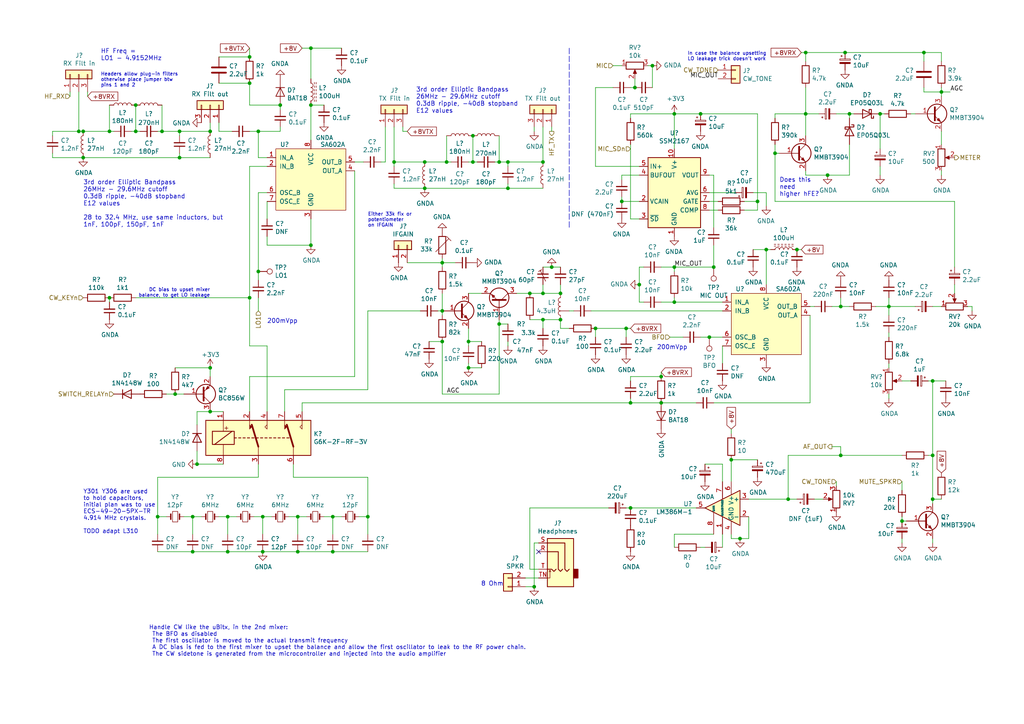
<source format=kicad_sch>
(kicad_sch (version 20211123) (generator eeschema)

  (uuid 0e592cd4-1950-44ef-9727-8e526f4c4e12)

  (paper "A4")

  (title_block
    (title "DART-70 TRX")
    (date "2023-01-08")
    (rev "0")
    (company "HB9EGM")
    (comment 1 "A 4m Band SSB/CW Transceiver")
  )

  

  (junction (at 123.19 46.99) (diameter 0) (color 0 0 0 0)
    (uuid 01c54577-6862-4ca7-bb55-524c2e995aee)
  )
  (junction (at 106.68 149.86) (diameter 0) (color 0 0 0 0)
    (uuid 046ca2d8-3ca1-4c64-8090-c45e9adcf30e)
  )
  (junction (at 255.27 33.02) (diameter 0) (color 0 0 0 0)
    (uuid 059f4155-bed3-4fb2-9baa-d569f31b7e5d)
  )
  (junction (at 181.61 95.25) (diameter 0) (color 0 0 0 0)
    (uuid 09433d97-62ec-42de-89f2-7d0b68dc1b9d)
  )
  (junction (at 128.27 90.17) (diameter 0) (color 0 0 0 0)
    (uuid 0c9bbc06-f1c0-4359-8448-9c515b32a886)
  )
  (junction (at 24.13 38.1) (diameter 0) (color 0 0 0 0)
    (uuid 0fffb828-f291-41d3-a83c-4eaa3df13f3a)
  )
  (junction (at 72.39 16.51) (diameter 0) (color 0 0 0 0)
    (uuid 128a7556-cb3d-406d-b84d-6d9efc7f9ed8)
  )
  (junction (at 245.11 15.24) (diameter 0) (color 0 0 0 0)
    (uuid 1843d2c0-629c-44e7-8460-03ced60a2111)
  )
  (junction (at 72.39 24.13) (diameter 0) (color 0 0 0 0)
    (uuid 18a9dea8-caa6-40a3-962a-7699d9146e17)
  )
  (junction (at 50.8 114.3) (diameter 0) (color 0 0 0 0)
    (uuid 1aaf34a3-282e-4633-82fa-9d6cdf32efbb)
  )
  (junction (at 55.88 160.02) (diameter 0) (color 0 0 0 0)
    (uuid 24fd922c-d488-4d61-b6dc-9d3e359ccc82)
  )
  (junction (at 270.51 110.49) (diameter 0) (color 0 0 0 0)
    (uuid 25247d0c-5910-484b-9651-5750d422a450)
  )
  (junction (at 195.58 33.02) (diameter 0) (color 0 0 0 0)
    (uuid 2792ed93-89db-4e51-99ff-281323e776eb)
  )
  (junction (at 147.32 54.61) (diameter 0) (color 0 0 0 0)
    (uuid 2af1d271-3c6a-476d-8eba-6b2aab466da3)
  )
  (junction (at 90.17 13.97) (diameter 0) (color 0 0 0 0)
    (uuid 2c488362-c230-4f6d-82f9-a229b1171a23)
  )
  (junction (at 185.42 82.55) (diameter 0) (color 0 0 0 0)
    (uuid 2cb05d43-df82-498c-aae1-4b1a0a350f82)
  )
  (junction (at 135.89 106.68) (diameter 0) (color 0 0 0 0)
    (uuid 2e1d63b8-5189-41bb-8b6a-c4ada546b2d5)
  )
  (junction (at 189.23 19.05) (diameter 0) (color 0 0 0 0)
    (uuid 335263d3-7e35-4a9c-83c2-cd71d45f0688)
  )
  (junction (at 182.88 116.84) (diameter 0) (color 0 0 0 0)
    (uuid 33770b56-77ab-4a0c-a675-0ef4f02f8519)
  )
  (junction (at 123.19 54.61) (diameter 0) (color 0 0 0 0)
    (uuid 34d3baf1-c1a6-463d-a7da-03fde565ea93)
  )
  (junction (at 270.51 132.08) (diameter 0) (color 0 0 0 0)
    (uuid 35506831-8c22-45ab-9b57-69eb0f9ef003)
  )
  (junction (at 39.37 30.48) (diameter 0) (color 0 0 0 0)
    (uuid 3aec5e23-e675-4bcf-9a9e-48cb59d51927)
  )
  (junction (at 205.74 97.79) (diameter 0) (color 0 0 0 0)
    (uuid 4223805d-8db1-4df1-b73a-3d99f37f1701)
  )
  (junction (at 90.17 30.48) (diameter 0) (color 0 0 0 0)
    (uuid 444b2eaf-241d-42e5-8717-27a83d099c5b)
  )
  (junction (at 90.17 71.12) (diameter 0) (color 0 0 0 0)
    (uuid 44c331f8-33e4-4ba1-bb1e-3071cc175bfd)
  )
  (junction (at 46.99 38.1) (diameter 0) (color 0 0 0 0)
    (uuid 45245258-c97a-4586-bc43-2154c85c0ef6)
  )
  (junction (at 45.72 149.86) (diameter 0) (color 0 0 0 0)
    (uuid 460147d8-e4b6-4910-88e9-07d1ddd6c2df)
  )
  (junction (at 86.36 160.02) (diameter 0) (color 0 0 0 0)
    (uuid 471f517c-6d52-459f-9d7a-aedf176fc9e0)
  )
  (junction (at 212.09 133.35) (diameter 0) (color 0 0 0 0)
    (uuid 47be24ee-e15b-4cee-b84b-350111ac1499)
  )
  (junction (at 55.88 149.86) (diameter 0) (color 0 0 0 0)
    (uuid 4b982f8b-ca29-4ebf-88fc-8a50b24e0802)
  )
  (junction (at 76.2 160.02) (diameter 0) (color 0 0 0 0)
    (uuid 52da99c6-c348-4007-8828-51a963a2879f)
  )
  (junction (at 157.48 92.71) (diameter 0) (color 0 0 0 0)
    (uuid 544c9ad7-a0b6-4f88-9dcd-908e3e2acf79)
  )
  (junction (at 157.48 46.99) (diameter 0) (color 0 0 0 0)
    (uuid 5684e95c-6824-46cf-8e72-881178a51d31)
  )
  (junction (at 222.25 72.39) (diameter 0) (color 0 0 0 0)
    (uuid 578f33ff-8d12-4136-bb61-e55b7655fa5b)
  )
  (junction (at 144.78 93.98) (diameter 0) (color 0 0 0 0)
    (uuid 5a319d05-1a85-43fe-a179-ebcee7212a03)
  )
  (junction (at 60.96 106.68) (diameter 0) (color 0 0 0 0)
    (uuid 5b29962f-685a-409c-915c-9c4a92ed442a)
  )
  (junction (at 96.52 149.86) (diameter 0) (color 0 0 0 0)
    (uuid 5dbda758-e74b-4ccf-ad68-495d537d68ba)
  )
  (junction (at 231.14 72.39) (diameter 0) (color 0 0 0 0)
    (uuid 5ed637ac-40ac-434c-a406-609e25d3658d)
  )
  (junction (at 60.96 38.1) (diameter 0) (color 0 0 0 0)
    (uuid 604495b3-3885-49af-8442-bcf3d7361dc4)
  )
  (junction (at 267.97 15.24) (diameter 0) (color 0 0 0 0)
    (uuid 62ed984b-c070-4de1-bd86-30aeb09fb9cd)
  )
  (junction (at 22.86 38.1) (diameter 0) (color 0 0 0 0)
    (uuid 65e58d89-f213-4051-b36b-7b3454867ad5)
  )
  (junction (at 76.2 149.86) (diameter 0) (color 0 0 0 0)
    (uuid 666dc23c-d707-448f-841d-377a6e08a250)
  )
  (junction (at 60.96 119.38) (diameter 0) (color 0 0 0 0)
    (uuid 669e2f76-dce7-4b88-b383-d3587e6cc0cc)
  )
  (junction (at 214.63 156.21) (diameter 0) (color 0 0 0 0)
    (uuid 6ae901e7-3f37-4fdc-9fbb-f82666744826)
  )
  (junction (at 228.6 144.78) (diameter 0) (color 0 0 0 0)
    (uuid 6e24aa9b-c7e6-40f2-905b-b9c541e0e2f6)
  )
  (junction (at 195.58 77.47) (diameter 0) (color 0 0 0 0)
    (uuid 6e508bf2-c65e-4107-867d-a3cf9a86c69e)
  )
  (junction (at 191.77 116.84) (diameter 0) (color 0 0 0 0)
    (uuid 7167e0fb-15b0-446d-969c-ecf63e50097d)
  )
  (junction (at 128.27 99.06) (diameter 0) (color 0 0 0 0)
    (uuid 71aa3829-956e-4ff9-af3f-b06e50ab2b5a)
  )
  (junction (at 39.37 38.1) (diameter 0) (color 0 0 0 0)
    (uuid 72729c20-0465-4f8c-be80-3c22bb337ef7)
  )
  (junction (at 72.39 86.36) (diameter 0) (color 0 0 0 0)
    (uuid 728dda43-38f9-4d13-b2a9-59e599c86d99)
  )
  (junction (at 81.28 30.48) (diameter 0) (color 0 0 0 0)
    (uuid 7401f61b-dc36-4f5a-ba3e-b101a22bf1fc)
  )
  (junction (at 96.52 160.02) (diameter 0) (color 0 0 0 0)
    (uuid 7a25e2e8-d883-44ae-8207-1f946e50b1fa)
  )
  (junction (at 191.77 109.22) (diameter 0) (color 0 0 0 0)
    (uuid 7f29ecb0-6265-4d60-8278-7704387a2057)
  )
  (junction (at 147.32 46.99) (diameter 0) (color 0 0 0 0)
    (uuid 825065db-dc11-43e9-aa2e-59e6b2cd21f3)
  )
  (junction (at 137.16 46.99) (diameter 0) (color 0 0 0 0)
    (uuid 82bf2831-f69a-4cf1-ad28-e7c6c4e8c86f)
  )
  (junction (at 203.2 33.02) (diameter 0) (color 0 0 0 0)
    (uuid 86a34ff8-9697-4394-b32e-9c903027c8af)
  )
  (junction (at 74.93 78.74) (diameter 0) (color 0 0 0 0)
    (uuid 88e4f832-79d6-4c54-9ce3-4328dcb9d5b5)
  )
  (junction (at 162.56 92.71) (diameter 0) (color 0 0 0 0)
    (uuid 8aab4608-39e8-491a-83a8-7194f36094f1)
  )
  (junction (at 57.15 134.62) (diameter 0) (color 0 0 0 0)
    (uuid 8e247c2e-b63e-4a70-8c32-64933e91ced0)
  )
  (junction (at 243.84 132.08) (diameter 0) (color 0 0 0 0)
    (uuid 90912a07-8f0d-457a-b78a-1c112c8f2052)
  )
  (junction (at 52.07 38.1) (diameter 0) (color 0 0 0 0)
    (uuid 9116f42f-8d27-4055-8fab-af8b6ed6959f)
  )
  (junction (at 66.04 149.86) (diameter 0) (color 0 0 0 0)
    (uuid 9666bb6a-0c1d-4c92-be6d-94a465ec5c51)
  )
  (junction (at 153.67 85.09) (diameter 0) (color 0 0 0 0)
    (uuid 96ee9b8e-4543-4639-b9ea-44b8baaaf94e)
  )
  (junction (at 74.93 38.1) (diameter 0) (color 0 0 0 0)
    (uuid 9959c68a-7d2a-4f14-b245-3548992673f3)
  )
  (junction (at 135.89 99.06) (diameter 0) (color 0 0 0 0)
    (uuid 9e18f8b3-9e1a-4022-9224-10c12ca8a28d)
  )
  (junction (at 162.56 85.09) (diameter 0) (color 0 0 0 0)
    (uuid 9e5b0177-ea58-4f76-8b57-ff1c6e52d9df)
  )
  (junction (at 261.62 151.13) (diameter 0) (color 0 0 0 0)
    (uuid 9ed54841-4bec-491f-817d-b7e8b25ca06c)
  )
  (junction (at 129.54 46.99) (diameter 0) (color 0 0 0 0)
    (uuid a5dfaf18-d33f-45c4-b76f-2a5051ec9118)
  )
  (junction (at 137.16 39.37) (diameter 0) (color 0 0 0 0)
    (uuid a6347fea-87e1-4897-bfe2-729d24d2f085)
  )
  (junction (at 52.07 45.72) (diameter 0) (color 0 0 0 0)
    (uuid a6386af6-d744-458e-b19d-8fd97b5ad9f9)
  )
  (junction (at 233.68 15.24) (diameter 0) (color 0 0 0 0)
    (uuid a65cad0c-0ef1-4ea5-a965-4eae7ac1f6af)
  )
  (junction (at 243.84 88.9) (diameter 0) (color 0 0 0 0)
    (uuid a7cad282-51c3-4f24-be5e-311c2c5e959b)
  )
  (junction (at 224.79 44.45) (diameter 0) (color 0 0 0 0)
    (uuid ac0e5582-f44c-4bc2-8ae7-2c3f1115fb00)
  )
  (junction (at 66.04 160.02) (diameter 0) (color 0 0 0 0)
    (uuid ac8576da-4e00-41a0-9609-eb655e96e10b)
  )
  (junction (at 184.15 25.4) (diameter 0) (color 0 0 0 0)
    (uuid ad2d033c-4040-4813-b5da-82cf827f9d86)
  )
  (junction (at 24.13 45.72) (diameter 0) (color 0 0 0 0)
    (uuid aeae1c08-0511-41ff-896d-95b95a86eb35)
  )
  (junction (at 144.78 46.99) (diameter 0) (color 0 0 0 0)
    (uuid b3dbf4ad-71cb-48f5-9655-41b47deeea78)
  )
  (junction (at 207.01 77.47) (diameter 0) (color 0 0 0 0)
    (uuid b5b863ac-a506-4b3e-baa9-6daff41ac83f)
  )
  (junction (at 219.71 58.42) (diameter 0) (color 0 0 0 0)
    (uuid b6a3e709-356a-4a55-ac00-07ba73afac37)
  )
  (junction (at 157.48 85.09) (diameter 0) (color 0 0 0 0)
    (uuid b7340f23-0eaa-48ae-aea8-b5b53a0ae99a)
  )
  (junction (at 257.81 88.9) (diameter 0) (color 0 0 0 0)
    (uuid b9f8b708-1745-43ec-9646-59495cbc6e07)
  )
  (junction (at 86.36 149.86) (diameter 0) (color 0 0 0 0)
    (uuid bbeadbd3-dc9d-4bb3-9f60-a643fa1fa7e6)
  )
  (junction (at 195.58 87.63) (diameter 0) (color 0 0 0 0)
    (uuid c0c3e2b6-4759-48ec-95b1-882d85817a23)
  )
  (junction (at 128.27 76.2) (diameter 0) (color 0 0 0 0)
    (uuid c8b93f12-bc5c-4ce5-b954-377d903895f1)
  )
  (junction (at 31.75 86.36) (diameter 0) (color 0 0 0 0)
    (uuid e234e19f-cd33-4584-947b-bf9feaf6cddd)
  )
  (junction (at 246.38 33.02) (diameter 0) (color 0 0 0 0)
    (uuid e3903eeb-8b72-4b40-a088-cbbba270c01b)
  )
  (junction (at 182.88 147.32) (diameter 0) (color 0 0 0 0)
    (uuid e75a90f1-d275-4ca6-86ea-4b6dddffab59)
  )
  (junction (at 273.05 26.67) (diameter 0) (color 0 0 0 0)
    (uuid e8558fbd-ea42-43a6-966a-7bd304bdfaad)
  )
  (junction (at 233.68 33.02) (diameter 0) (color 0 0 0 0)
    (uuid eac540a2-0555-4530-b9cb-9b037a65c0a7)
  )
  (junction (at 154.94 170.18) (diameter 0) (color 0 0 0 0)
    (uuid ed92ba08-98ec-48df-9584-41c899a43f78)
  )
  (junction (at 240.03 50.8) (diameter 0) (color 0 0 0 0)
    (uuid f0f3907b-44e3-4106-9f24-d8ce836b6bb0)
  )
  (junction (at 172.72 95.25) (diameter 0) (color 0 0 0 0)
    (uuid f22aae5d-f6eb-438b-9ba4-dcb7ba01f85f)
  )
  (junction (at 31.75 38.1) (diameter 0) (color 0 0 0 0)
    (uuid f8e927af-4836-4b0f-8a57-dbca5a18a442)
  )
  (junction (at 114.3 46.99) (diameter 0) (color 0 0 0 0)
    (uuid f9570ec9-4338-4208-aee7-369a45a284f8)
  )
  (junction (at 160.02 77.47) (diameter 0) (color 0 0 0 0)
    (uuid fab985e9-e679-4dd8-a59c-e3195d08506a)
  )
  (junction (at 270.51 144.78) (diameter 0) (color 0 0 0 0)
    (uuid fda94f0a-876e-4bf0-ad10-35819851e3e9)
  )
  (junction (at 180.34 58.42) (diameter 0) (color 0 0 0 0)
    (uuid fe2b05f5-675b-44d0-956c-c5829b7c692a)
  )

  (no_connect (at 156.21 160.02) (uuid 97972d9a-c8ac-431f-b1f4-0da8477b5639))

  (wire (pts (xy 72.39 24.13) (xy 72.39 30.48))
    (stroke (width 0) (type default) (color 0 0 0 0))
    (uuid 00185541-0a55-4e62-91d8-99e7a7720d36)
  )
  (wire (pts (xy 24.13 45.72) (xy 15.24 45.72))
    (stroke (width 0) (type default) (color 0 0 0 0))
    (uuid 00627221-b0fd-448e-b5a6-250d249697c2)
  )
  (wire (pts (xy 166.37 90.17) (xy 165.1 90.17))
    (stroke (width 0) (type default) (color 0 0 0 0))
    (uuid 009b0d62-e9ea-4825-9fdf-befd291c76ce)
  )
  (wire (pts (xy 118.11 38.1) (xy 116.84 38.1))
    (stroke (width 0) (type default) (color 0 0 0 0))
    (uuid 01106a52-6b7d-40fd-b165-c927be1f6a1d)
  )
  (wire (pts (xy 116.84 38.1) (xy 116.84 36.83))
    (stroke (width 0) (type default) (color 0 0 0 0))
    (uuid 01422660-08c8-48f3-98ca-26cbe7f98f5b)
  )
  (wire (pts (xy 52.07 45.72) (xy 60.96 45.72))
    (stroke (width 0) (type default) (color 0 0 0 0))
    (uuid 01600802-66c5-45a2-be7f-4fa2327d845b)
  )
  (wire (pts (xy 38.1 38.1) (xy 39.37 38.1))
    (stroke (width 0) (type default) (color 0 0 0 0))
    (uuid 01657d30-6f8e-4bbd-a3dd-6a0742c69aca)
  )
  (wire (pts (xy 219.71 60.96) (xy 215.9 60.96))
    (stroke (width 0) (type default) (color 0 0 0 0))
    (uuid 01caafb3-af8a-4642-870c-c290b286d040)
  )
  (wire (pts (xy 96.52 149.86) (xy 99.06 149.86))
    (stroke (width 0) (type default) (color 0 0 0 0))
    (uuid 042fe62b-53aa-4e86-97d0-9ccb1e16a895)
  )
  (wire (pts (xy 135.89 46.99) (xy 137.16 46.99))
    (stroke (width 0) (type default) (color 0 0 0 0))
    (uuid 0452da17-4ccf-4bdc-9fc3-b0a09600bd55)
  )
  (wire (pts (xy 182.88 63.5) (xy 185.42 63.5))
    (stroke (width 0) (type default) (color 0 0 0 0))
    (uuid 04868f85-bc69-4fa9-8e62-d78ffe5ae58e)
  )
  (wire (pts (xy 72.39 48.26) (xy 72.39 86.36))
    (stroke (width 0) (type default) (color 0 0 0 0))
    (uuid 082621c8-b51d-48fd-937c-afceb255b94e)
  )
  (wire (pts (xy 22.86 26.67) (xy 22.86 38.1))
    (stroke (width 0) (type default) (color 0 0 0 0))
    (uuid 08fa8ff6-09a7-484c-b1d9-0e3b7c49bb26)
  )
  (wire (pts (xy 255.27 33.02) (xy 255.27 43.18))
    (stroke (width 0) (type default) (color 0 0 0 0))
    (uuid 09321bf4-1ea1-49b5-b1f9-ac29d6606a74)
  )
  (wire (pts (xy 46.99 38.1) (xy 52.07 38.1))
    (stroke (width 0) (type default) (color 0 0 0 0))
    (uuid 0a83f85d-78ad-480a-a5ba-773caced8f09)
  )
  (wire (pts (xy 20.32 27.94) (xy 20.32 26.67))
    (stroke (width 0) (type default) (color 0 0 0 0))
    (uuid 0dcb5ab5-f291-489d-b2bc-0f0b25b801ee)
  )
  (wire (pts (xy 60.96 106.68) (xy 50.8 106.68))
    (stroke (width 0) (type default) (color 0 0 0 0))
    (uuid 0de7d0e7-c8d5-482b-8e8a-d56acfc6ebd8)
  )
  (wire (pts (xy 233.68 25.4) (xy 233.68 33.02))
    (stroke (width 0) (type default) (color 0 0 0 0))
    (uuid 0e1c6bbc-4cc4-4ce9-b48a-8292bb286da8)
  )
  (wire (pts (xy 222.25 55.88) (xy 218.44 55.88))
    (stroke (width 0) (type default) (color 0 0 0 0))
    (uuid 0ef32369-e37b-408d-9752-7cbb993d9abb)
  )
  (wire (pts (xy 276.86 77.47) (xy 276.86 58.42))
    (stroke (width 0) (type default) (color 0 0 0 0))
    (uuid 0fe3ebe2-61a9-477a-a657-d783c4c4d70e)
  )
  (wire (pts (xy 184.15 22.86) (xy 184.15 25.4))
    (stroke (width 0) (type default) (color 0 0 0 0))
    (uuid 100847e3-630c-4c13-ba45-180e92370805)
  )
  (wire (pts (xy 135.89 106.68) (xy 139.7 106.68))
    (stroke (width 0) (type default) (color 0 0 0 0))
    (uuid 10fa1a8c-62cb-4b8f-b916-b18d737ff71b)
  )
  (wire (pts (xy 74.93 138.43) (xy 74.93 134.62))
    (stroke (width 0) (type default) (color 0 0 0 0))
    (uuid 11547ba3-d459-4ced-9333-92979d5b86e1)
  )
  (wire (pts (xy 48.26 114.3) (xy 50.8 114.3))
    (stroke (width 0) (type default) (color 0 0 0 0))
    (uuid 119c633c-175b-4b38-bbc1-1a076032c16e)
  )
  (wire (pts (xy 74.93 45.72) (xy 77.47 45.72))
    (stroke (width 0) (type default) (color 0 0 0 0))
    (uuid 122b5574-57fe-4d2d-80bf-3cabd28e7128)
  )
  (wire (pts (xy 60.96 35.56) (xy 60.96 38.1))
    (stroke (width 0) (type default) (color 0 0 0 0))
    (uuid 12481f4a-71b0-43a4-a69b-bc048ed999f0)
  )
  (wire (pts (xy 57.15 134.62) (xy 57.15 130.81))
    (stroke (width 0) (type default) (color 0 0 0 0))
    (uuid 127b0e8c-8b10-4db4-b691-908ac98caaf1)
  )
  (wire (pts (xy 273.05 144.78) (xy 270.51 144.78))
    (stroke (width 0) (type default) (color 0 0 0 0))
    (uuid 128cfb34-809d-4606-bf29-7ab91f99e879)
  )
  (wire (pts (xy 195.58 154.94) (xy 207.01 154.94))
    (stroke (width 0) (type default) (color 0 0 0 0))
    (uuid 12c9f3e1-9431-42f8-b6f8-fb6fd35fc1cb)
  )
  (wire (pts (xy 233.68 15.24) (xy 233.68 17.78))
    (stroke (width 0) (type default) (color 0 0 0 0))
    (uuid 16aa2316-1a67-45e5-b6c4-e59dd85814f4)
  )
  (wire (pts (xy 105.41 46.99) (xy 102.87 46.99))
    (stroke (width 0) (type default) (color 0 0 0 0))
    (uuid 16d5bf81-590a-4149-97e0-64f3b3ad6f52)
  )
  (wire (pts (xy 149.86 85.09) (xy 153.67 85.09))
    (stroke (width 0) (type default) (color 0 0 0 0))
    (uuid 173fd4a7-b485-4e9d-8724-470865466784)
  )
  (wire (pts (xy 157.48 36.83) (xy 157.48 46.99))
    (stroke (width 0) (type default) (color 0 0 0 0))
    (uuid 17adff9d-c581-42e4-b552-035b922b5256)
  )
  (wire (pts (xy 264.16 33.02) (xy 265.43 33.02))
    (stroke (width 0) (type default) (color 0 0 0 0))
    (uuid 1a1da3ab-0792-420a-a2dd-c670f9cd52e8)
  )
  (wire (pts (xy 261.62 157.48) (xy 261.62 156.21))
    (stroke (width 0) (type default) (color 0 0 0 0))
    (uuid 1a85ffd6-ef8b-418f-990e-456d1ffab00e)
  )
  (wire (pts (xy 224.79 33.02) (xy 233.68 33.02))
    (stroke (width 0) (type default) (color 0 0 0 0))
    (uuid 1a9f0d73-6986-450b-8da5-dca8d718cd0d)
  )
  (wire (pts (xy 157.48 82.55) (xy 157.48 85.09))
    (stroke (width 0) (type default) (color 0 0 0 0))
    (uuid 1ae3634a-f90f-4c6a-8ba7-b38f98d4ccb2)
  )
  (wire (pts (xy 46.99 38.1) (xy 45.72 38.1))
    (stroke (width 0) (type default) (color 0 0 0 0))
    (uuid 1bb16fed-1537-47fa-90f6-8dc136da5d16)
  )
  (wire (pts (xy 243.84 129.54) (xy 243.84 132.08))
    (stroke (width 0) (type default) (color 0 0 0 0))
    (uuid 1c4dfe58-85b1-467f-8e9d-bdb7a0d0ca8e)
  )
  (wire (pts (xy 106.68 90.17) (xy 121.92 90.17))
    (stroke (width 0) (type default) (color 0 0 0 0))
    (uuid 1c7ec62e-d96c-4a0d-ac32-e919b90a3c5b)
  )
  (wire (pts (xy 154.94 157.48) (xy 156.21 157.48))
    (stroke (width 0) (type default) (color 0 0 0 0))
    (uuid 1ed7574f-dfd9-48ef-889b-e65459b62f49)
  )
  (wire (pts (xy 228.6 132.08) (xy 228.6 144.78))
    (stroke (width 0) (type default) (color 0 0 0 0))
    (uuid 1f01b2a1-9ae4-4793-9d17-5ed5c0966b9f)
  )
  (wire (pts (xy 72.39 100.33) (xy 77.47 100.33))
    (stroke (width 0) (type default) (color 0 0 0 0))
    (uuid 2056f16f-2d4a-4f35-8a56-49ab69eeef16)
  )
  (wire (pts (xy 77.47 58.42) (xy 77.47 63.5))
    (stroke (width 0) (type default) (color 0 0 0 0))
    (uuid 21a4e5f9-158c-4a1e-a6d3-12c826291e62)
  )
  (wire (pts (xy 64.77 134.62) (xy 57.15 134.62))
    (stroke (width 0) (type default) (color 0 0 0 0))
    (uuid 21c9358c-c2dd-4df5-9cfe-ea9bd0b49374)
  )
  (wire (pts (xy 267.97 25.4) (xy 267.97 26.67))
    (stroke (width 0) (type default) (color 0 0 0 0))
    (uuid 22591446-6d82-47ac-b525-9e9deb496c8c)
  )
  (wire (pts (xy 261.62 139.7) (xy 261.62 142.24))
    (stroke (width 0) (type default) (color 0 0 0 0))
    (uuid 226f524c-89b4-46ed-86fd-c8ea41059fd4)
  )
  (wire (pts (xy 147.32 53.34) (xy 147.32 54.61))
    (stroke (width 0) (type default) (color 0 0 0 0))
    (uuid 2276bf47-b441-4aa2-ba22-8213875ce0ee)
  )
  (wire (pts (xy 63.5 16.51) (xy 72.39 16.51))
    (stroke (width 0) (type default) (color 0 0 0 0))
    (uuid 2276e018-ceb6-4356-b3fe-3b8fe418011b)
  )
  (wire (pts (xy 160.02 38.1) (xy 160.02 36.83))
    (stroke (width 0) (type default) (color 0 0 0 0))
    (uuid 22fd57c4-481e-4417-b920-694451210da2)
  )
  (wire (pts (xy 128.27 76.2) (xy 128.27 74.93))
    (stroke (width 0) (type default) (color 0 0 0 0))
    (uuid 24a492d9-25a9-4fba-b51b-3effb576b351)
  )
  (wire (pts (xy 114.3 48.26) (xy 114.3 46.99))
    (stroke (width 0) (type default) (color 0 0 0 0))
    (uuid 24d3ee68-60f0-4c8a-a72b-065f1026fd87)
  )
  (wire (pts (xy 154.94 170.18) (xy 154.94 157.48))
    (stroke (width 0) (type default) (color 0 0 0 0))
    (uuid 27b32d30-a0e6-48e4-8f63-c61987047d29)
  )
  (wire (pts (xy 195.58 78.74) (xy 195.58 77.47))
    (stroke (width 0) (type default) (color 0 0 0 0))
    (uuid 27e3c71f-5a63-4710-8adf-b600b805ce02)
  )
  (wire (pts (xy 234.95 116.84) (xy 234.95 91.44))
    (stroke (width 0) (type default) (color 0 0 0 0))
    (uuid 28d267fd-6d61-43bb-9705-8d59d7a44e81)
  )
  (wire (pts (xy 205.74 97.79) (xy 209.55 97.79))
    (stroke (width 0) (type default) (color 0 0 0 0))
    (uuid 28f921ab-5f55-47f8-b726-02e567145cd5)
  )
  (wire (pts (xy 66.04 160.02) (xy 76.2 160.02))
    (stroke (width 0) (type default) (color 0 0 0 0))
    (uuid 296b967f-b7a9-453f-856a-7b874fdca3db)
  )
  (wire (pts (xy 185.42 50.8) (xy 180.34 50.8))
    (stroke (width 0) (type default) (color 0 0 0 0))
    (uuid 2b878984-ad62-40d5-87be-d30f465ae2b3)
  )
  (wire (pts (xy 273.05 41.91) (xy 273.05 38.1))
    (stroke (width 0) (type default) (color 0 0 0 0))
    (uuid 2b894b8a-c098-4d9d-be0f-2ef41dea274e)
  )
  (wire (pts (xy 81.28 36.83) (xy 81.28 38.1))
    (stroke (width 0) (type default) (color 0 0 0 0))
    (uuid 2d617fad-47fe-4db9-836a-4bceb9c31c3b)
  )
  (wire (pts (xy 81.28 31.75) (xy 81.28 30.48))
    (stroke (width 0) (type default) (color 0 0 0 0))
    (uuid 2e36ce87-4661-4b8f-956a-16dc559e1b50)
  )
  (wire (pts (xy 106.68 154.94) (xy 106.68 149.86))
    (stroke (width 0) (type default) (color 0 0 0 0))
    (uuid 2e6b1f7e-e4c3-43a1-ae90-c85aa40696d5)
  )
  (wire (pts (xy 93.98 149.86) (xy 96.52 149.86))
    (stroke (width 0) (type default) (color 0 0 0 0))
    (uuid 2ec9be40-1d5a-4e2d-8a4d-4be2d3c079d5)
  )
  (wire (pts (xy 128.27 114.3) (xy 128.27 99.06))
    (stroke (width 0) (type default) (color 0 0 0 0))
    (uuid 2f33286e-7553-4442-acf0-23c61fcd6ab0)
  )
  (wire (pts (xy 144.78 92.71) (xy 144.78 93.98))
    (stroke (width 0) (type default) (color 0 0 0 0))
    (uuid 2f5467a7-bd49-433c-92f2-60a842e66f7b)
  )
  (wire (pts (xy 57.15 123.19) (xy 57.15 119.38))
    (stroke (width 0) (type default) (color 0 0 0 0))
    (uuid 3019c847-3ccf-490a-9dd6-694227c3fba5)
  )
  (wire (pts (xy 25.4 26.67) (xy 25.4 27.94))
    (stroke (width 0) (type default) (color 0 0 0 0))
    (uuid 30b75c25-1d2c-45e7-83e2-bb3be98f8f83)
  )
  (wire (pts (xy 147.32 93.98) (xy 144.78 93.98))
    (stroke (width 0) (type default) (color 0 0 0 0))
    (uuid 315d2b15-cfe6-4672-b3ad-24773f3df12c)
  )
  (wire (pts (xy 24.13 38.1) (xy 31.75 38.1))
    (stroke (width 0) (type default) (color 0 0 0 0))
    (uuid 321eb03e-d5d7-4c98-9326-4c49d56670ae)
  )
  (wire (pts (xy 195.58 77.47) (xy 191.77 77.47))
    (stroke (width 0) (type default) (color 0 0 0 0))
    (uuid 3388a811-b444-4ecc-a564-b22a1b731ab4)
  )
  (wire (pts (xy 261.62 149.86) (xy 261.62 151.13))
    (stroke (width 0) (type default) (color 0 0 0 0))
    (uuid 33891c62-a79f-4243-b776-6be292690ac3)
  )
  (wire (pts (xy 177.8 25.4) (xy 172.72 25.4))
    (stroke (width 0) (type default) (color 0 0 0 0))
    (uuid 33b48673-c959-4510-b6fa-fd3f7bdb00fd)
  )
  (wire (pts (xy 215.9 58.42) (xy 219.71 58.42))
    (stroke (width 0) (type default) (color 0 0 0 0))
    (uuid 33b6dbe8-d555-4f35-a63c-27c75fa09ca7)
  )
  (wire (pts (xy 87.63 116.84) (xy 87.63 119.38))
    (stroke (width 0) (type default) (color 0 0 0 0))
    (uuid 33e40dd5-556d-4de0-ab08-235c61b7ba9f)
  )
  (wire (pts (xy 55.88 154.94) (xy 55.88 149.86))
    (stroke (width 0) (type default) (color 0 0 0 0))
    (uuid 35343f32-90ff-4059-a108-111fb444c3d2)
  )
  (wire (pts (xy 224.79 58.42) (xy 224.79 44.45))
    (stroke (width 0) (type default) (color 0 0 0 0))
    (uuid 35e60fa0-27cf-4d0e-8bab-b364400c08c0)
  )
  (wire (pts (xy 106.68 149.86) (xy 104.14 149.86))
    (stroke (width 0) (type default) (color 0 0 0 0))
    (uuid 36696ac6-2db1-4b52-ae3d-9f3c89d2042f)
  )
  (wire (pts (xy 46.99 30.48) (xy 46.99 38.1))
    (stroke (width 0) (type default) (color 0 0 0 0))
    (uuid 3785b88e-f652-4024-afb0-be4c22cdaea8)
  )
  (wire (pts (xy 102.87 49.53) (xy 102.87 109.22))
    (stroke (width 0) (type default) (color 0 0 0 0))
    (uuid 38c40dcc-c1da-4f6f-a147-01497313c7b0)
  )
  (wire (pts (xy 162.56 95.25) (xy 162.56 92.71))
    (stroke (width 0) (type default) (color 0 0 0 0))
    (uuid 39125f99-6caa-4e69-9ae5-ca3bd6e3a49c)
  )
  (wire (pts (xy 45.72 138.43) (xy 45.72 149.86))
    (stroke (width 0) (type default) (color 0 0 0 0))
    (uuid 3a274653-eff3-4ffe-9be8-2bfd0950af0a)
  )
  (wire (pts (xy 106.68 90.17) (xy 106.68 113.03))
    (stroke (width 0) (type default) (color 0 0 0 0))
    (uuid 3a568413-17bd-4a87-b1ac-928e77fa1b6a)
  )
  (wire (pts (xy 209.55 134.62) (xy 209.55 139.7))
    (stroke (width 0) (type default) (color 0 0 0 0))
    (uuid 3b5147db-69cc-4871-96a7-79c3437a6213)
  )
  (wire (pts (xy 207.01 116.84) (xy 234.95 116.84))
    (stroke (width 0) (type default) (color 0 0 0 0))
    (uuid 3c3e78d8-62d7-4020-ae7c-c489234b27d5)
  )
  (wire (pts (xy 77.47 71.12) (xy 77.47 68.58))
    (stroke (width 0) (type default) (color 0 0 0 0))
    (uuid 3eee2221-7af9-4d6a-ba79-a48c3fd1ac35)
  )
  (wire (pts (xy 242.57 33.02) (xy 246.38 33.02))
    (stroke (width 0) (type default) (color 0 0 0 0))
    (uuid 3f206607-332e-4c96-8963-5302804f476f)
  )
  (wire (pts (xy 281.94 90.17) (xy 281.94 88.9))
    (stroke (width 0) (type default) (color 0 0 0 0))
    (uuid 3f9f133b-59b8-4791-b0ab-6fa861da9e3f)
  )
  (wire (pts (xy 152.4 170.18) (xy 154.94 170.18))
    (stroke (width 0) (type default) (color 0 0 0 0))
    (uuid 40415c49-a61c-4fd6-a3e4-d55a8f8b8c4e)
  )
  (wire (pts (xy 182.88 41.91) (xy 182.88 63.5))
    (stroke (width 0) (type default) (color 0 0 0 0))
    (uuid 4102ae0e-3d75-40cd-957b-0b4db5d3f5ee)
  )
  (wire (pts (xy 273.05 50.8) (xy 273.05 49.53))
    (stroke (width 0) (type default) (color 0 0 0 0))
    (uuid 4116bfc2-eab3-4c29-a983-44eacd9f10f5)
  )
  (wire (pts (xy 182.88 116.84) (xy 87.63 116.84))
    (stroke (width 0) (type default) (color 0 0 0 0))
    (uuid 411f21c0-dcce-4bff-ac0e-7c5571730a65)
  )
  (wire (pts (xy 114.3 36.83) (xy 114.3 46.99))
    (stroke (width 0) (type default) (color 0 0 0 0))
    (uuid 41ef6d8e-078c-46e5-a743-15f86f94b1c5)
  )
  (wire (pts (xy 246.38 50.8) (xy 240.03 50.8))
    (stroke (width 0) (type default) (color 0 0 0 0))
    (uuid 4208e41d-1d0a-40b9-bf94-fcbeb6562f9d)
  )
  (wire (pts (xy 203.2 97.79) (xy 205.74 97.79))
    (stroke (width 0) (type default) (color 0 0 0 0))
    (uuid 4263a0e8-33fc-439f-9b56-889a4f5d7b26)
  )
  (wire (pts (xy 64.77 119.38) (xy 60.96 119.38))
    (stroke (width 0) (type default) (color 0 0 0 0))
    (uuid 4266f6dc-b108-467a-bc4a-756158b1a271)
  )
  (wire (pts (xy 129.54 46.99) (xy 130.81 46.99))
    (stroke (width 0) (type default) (color 0 0 0 0))
    (uuid 42eea0a0-d889-4e4e-980c-c3b6b62767e5)
  )
  (wire (pts (xy 45.72 138.43) (xy 74.93 138.43))
    (stroke (width 0) (type default) (color 0 0 0 0))
    (uuid 430cb5a0-6865-46d0-be60-5d722d3e8d80)
  )
  (wire (pts (xy 147.32 46.99) (xy 157.48 46.99))
    (stroke (width 0) (type default) (color 0 0 0 0))
    (uuid 44cd273f-f3a1-4b9a-83a6-972b276409e1)
  )
  (wire (pts (xy 257.81 88.9) (xy 257.81 86.36))
    (stroke (width 0) (type default) (color 0 0 0 0))
    (uuid 44e993be-f2df-4e61-a598-dfd6e106a208)
  )
  (wire (pts (xy 86.36 154.94) (xy 86.36 149.86))
    (stroke (width 0) (type default) (color 0 0 0 0))
    (uuid 462f8e7e-09c6-4676-ba4f-fd07b2868aa8)
  )
  (wire (pts (xy 81.28 38.1) (xy 74.93 38.1))
    (stroke (width 0) (type default) (color 0 0 0 0))
    (uuid 4688ff87-8262-46f4-ad96-b5f4e529cfa9)
  )
  (wire (pts (xy 205.74 50.8) (xy 207.01 50.8))
    (stroke (width 0) (type default) (color 0 0 0 0))
    (uuid 46aac001-1e0b-4992-9b6b-7fbd6860af0e)
  )
  (wire (pts (xy 135.89 100.33) (xy 135.89 99.06))
    (stroke (width 0) (type default) (color 0 0 0 0))
    (uuid 47484446-e64c-4a82-88af-15de92cf6ad4)
  )
  (wire (pts (xy 191.77 87.63) (xy 195.58 87.63))
    (stroke (width 0) (type default) (color 0 0 0 0))
    (uuid 47957453-fce7-4d98-833c-e34bb8a852a5)
  )
  (wire (pts (xy 243.84 132.08) (xy 261.62 132.08))
    (stroke (width 0) (type default) (color 0 0 0 0))
    (uuid 481354ed-51b9-4db2-9835-781681979b4b)
  )
  (wire (pts (xy 212.09 139.7) (xy 212.09 133.35))
    (stroke (width 0) (type default) (color 0 0 0 0))
    (uuid 49b38f13-9789-4c6d-bbd5-2c69a9e19e69)
  )
  (wire (pts (xy 157.48 77.47) (xy 160.02 77.47))
    (stroke (width 0) (type default) (color 0 0 0 0))
    (uuid 4c144ffa-02d0-42da-aef1-f5175cbde9c0)
  )
  (wire (pts (xy 135.89 95.25) (xy 135.89 99.06))
    (stroke (width 0) (type default) (color 0 0 0 0))
    (uuid 4d51bc15-1f84-46be-8e16-e836b10f854e)
  )
  (wire (pts (xy 144.78 46.99) (xy 147.32 46.99))
    (stroke (width 0) (type default) (color 0 0 0 0))
    (uuid 4d7ffc75-3dd8-46f7-86f3-405d41c4571a)
  )
  (wire (pts (xy 261.62 151.13) (xy 262.89 151.13))
    (stroke (width 0) (type default) (color 0 0 0 0))
    (uuid 4e66ba18-389e-4ff9-97c1-8bd8fb047a01)
  )
  (wire (pts (xy 74.93 38.1) (xy 74.93 45.72))
    (stroke (width 0) (type default) (color 0 0 0 0))
    (uuid 4f4bd227-fa4c-47f4-ad05-ee16ad4c58c2)
  )
  (wire (pts (xy 269.24 132.08) (xy 270.51 132.08))
    (stroke (width 0) (type default) (color 0 0 0 0))
    (uuid 504cb9e4-5572-4208-bc9d-30a7efff8b9a)
  )
  (wire (pts (xy 123.19 54.61) (xy 114.3 54.61))
    (stroke (width 0) (type default) (color 0 0 0 0))
    (uuid 513c5122-3fbb-44b6-aa2c-74224719f915)
  )
  (wire (pts (xy 185.42 77.47) (xy 186.69 77.47))
    (stroke (width 0) (type default) (color 0 0 0 0))
    (uuid 5160b3d5-0622-412f-84ed-9900be82a5a6)
  )
  (wire (pts (xy 144.78 114.3) (xy 128.27 114.3))
    (stroke (width 0) (type default) (color 0 0 0 0))
    (uuid 5206328f-de7d-41ba-bad8-f1768b7701cb)
  )
  (wire (pts (xy 76.2 149.86) (xy 78.74 149.86))
    (stroke (width 0) (type default) (color 0 0 0 0))
    (uuid 532cb9ef-7fac-483b-aaf5-b83d764d0176)
  )
  (wire (pts (xy 181.61 95.25) (xy 182.88 95.25))
    (stroke (width 0) (type default) (color 0 0 0 0))
    (uuid 53548090-4b36-44b5-9ef5-2fa214b2fbf4)
  )
  (wire (pts (xy 135.89 85.09) (xy 139.7 85.09))
    (stroke (width 0) (type default) (color 0 0 0 0))
    (uuid 53fda1fb-12bd-4536-80e1-aab5c0e3fc58)
  )
  (wire (pts (xy 72.39 109.22) (xy 102.87 109.22))
    (stroke (width 0) (type default) (color 0 0 0 0))
    (uuid 56b53988-7c92-40d8-a754-683f4429d93e)
  )
  (wire (pts (xy 224.79 44.45) (xy 226.06 44.45))
    (stroke (width 0) (type default) (color 0 0 0 0))
    (uuid 56bbedad-6259-4443-b321-0ffa1f89c336)
  )
  (wire (pts (xy 209.55 90.17) (xy 171.45 90.17))
    (stroke (width 0) (type default) (color 0 0 0 0))
    (uuid 583b0bf3-0699-44db-b975-a241ad040fa4)
  )
  (wire (pts (xy 274.32 110.49) (xy 270.51 110.49))
    (stroke (width 0) (type default) (color 0 0 0 0))
    (uuid 59142adb-6887-41fc-851e-9a7f51511d60)
  )
  (wire (pts (xy 55.88 160.02) (xy 66.04 160.02))
    (stroke (width 0) (type default) (color 0 0 0 0))
    (uuid 59ee13a4-660e-47e2-a73a-01cfe11439e9)
  )
  (wire (pts (xy 191.77 116.84) (xy 182.88 116.84))
    (stroke (width 0) (type default) (color 0 0 0 0))
    (uuid 5b86cb50-e2ef-475e-93e3-77fea6b5a690)
  )
  (wire (pts (xy 207.01 50.8) (xy 207.01 66.04))
    (stroke (width 0) (type default) (color 0 0 0 0))
    (uuid 5c60e2fd-e25b-42a0-9a7e-d020a279558a)
  )
  (wire (pts (xy 157.48 92.71) (xy 162.56 92.71))
    (stroke (width 0) (type default) (color 0 0 0 0))
    (uuid 5c9202d7-6a93-43b3-87c0-77347fd72885)
  )
  (wire (pts (xy 172.72 97.79) (xy 172.72 95.25))
    (stroke (width 0) (type default) (color 0 0 0 0))
    (uuid 5cc7655c-62f2-43d2-a7a5-eaa4635dada8)
  )
  (wire (pts (xy 233.68 49.53) (xy 233.68 50.8))
    (stroke (width 0) (type default) (color 0 0 0 0))
    (uuid 5da0928a-9939-439c-bcbe-74de097058a8)
  )
  (wire (pts (xy 85.09 134.62) (xy 85.09 138.43))
    (stroke (width 0) (type default) (color 0 0 0 0))
    (uuid 60628c1f-f7b2-4a4b-be6f-62bc1a819432)
  )
  (wire (pts (xy 182.88 147.32) (xy 181.61 147.32))
    (stroke (width 0) (type default) (color 0 0 0 0))
    (uuid 61eb7a4f-888e-4082-9c74-1d94f58e7c05)
  )
  (wire (pts (xy 254 88.9) (xy 257.81 88.9))
    (stroke (width 0) (type default) (color 0 0 0 0))
    (uuid 6239967a-77bd-4ec9-89cd-e04efd8dbe26)
  )
  (wire (pts (xy 15.24 38.1) (xy 22.86 38.1))
    (stroke (width 0) (type default) (color 0 0 0 0))
    (uuid 628f0a9f-12ce-4a6a-8ea2-8c2cdfc4161e)
  )
  (wire (pts (xy 237.49 33.02) (xy 233.68 33.02))
    (stroke (width 0) (type default) (color 0 0 0 0))
    (uuid 6579642b-a152-47f7-af0e-0d8866bdfcb8)
  )
  (wire (pts (xy 218.44 72.39) (xy 222.25 72.39))
    (stroke (width 0) (type default) (color 0 0 0 0))
    (uuid 664ea685-f665-4315-aadf-581a656f41df)
  )
  (wire (pts (xy 246.38 33.02) (xy 247.65 33.02))
    (stroke (width 0) (type default) (color 0 0 0 0))
    (uuid 68f7174d-ce7a-41b4-89f8-dd7e3ded57a1)
  )
  (wire (pts (xy 209.55 158.75) (xy 209.55 154.94))
    (stroke (width 0) (type default) (color 0 0 0 0))
    (uuid 69f75991-c8c0-49a9-aed8-daa6ca9a5d73)
  )
  (wire (pts (xy 267.97 26.67) (xy 273.05 26.67))
    (stroke (width 0) (type default) (color 0 0 0 0))
    (uuid 6a3aff19-5e5c-466c-80b5-82ab994aaee1)
  )
  (wire (pts (xy 233.68 33.02) (xy 233.68 39.37))
    (stroke (width 0) (type default) (color 0 0 0 0))
    (uuid 6e416a78-df14-48ee-9842-e6e24081191e)
  )
  (wire (pts (xy 66.04 154.94) (xy 66.04 149.86))
    (stroke (width 0) (type default) (color 0 0 0 0))
    (uuid 6e77d4d6-0239-4c20-98f8-23ae4f71d638)
  )
  (wire (pts (xy 72.39 38.1) (xy 74.93 38.1))
    (stroke (width 0) (type default) (color 0 0 0 0))
    (uuid 6f13bfbf-7f19-4b33-9de2-b8c15c8c88ee)
  )
  (wire (pts (xy 182.88 147.32) (xy 201.93 147.32))
    (stroke (width 0) (type default) (color 0 0 0 0))
    (uuid 6f3f676d-a47a-4e8c-8d6e-02275a3490d7)
  )
  (wire (pts (xy 265.43 88.9) (xy 257.81 88.9))
    (stroke (width 0) (type default) (color 0 0 0 0))
    (uuid 6fddc16f-ccc1-4ade-884c-d6efda461da8)
  )
  (wire (pts (xy 212.09 133.35) (xy 219.71 133.35))
    (stroke (width 0) (type default) (color 0 0 0 0))
    (uuid 71079b24-2e2e-494b-a607-86ccdae75c6e)
  )
  (wire (pts (xy 90.17 40.64) (xy 90.17 30.48))
    (stroke (width 0) (type default) (color 0 0 0 0))
    (uuid 7255cbd1-8d38-4545-be9a-7fc5488ef942)
  )
  (wire (pts (xy 31.75 38.1) (xy 33.02 38.1))
    (stroke (width 0) (type default) (color 0 0 0 0))
    (uuid 72733f59-fc61-4ff2-8fe5-0440be71758a)
  )
  (wire (pts (xy 195.58 86.36) (xy 195.58 87.63))
    (stroke (width 0) (type default) (color 0 0 0 0))
    (uuid 73a6ec8e-8641-4014-be28-4611d398be32)
  )
  (wire (pts (xy 63.5 38.1) (xy 63.5 35.56))
    (stroke (width 0) (type default) (color 0 0 0 0))
    (uuid 73fd78b9-9aa5-40d0-adab-1e5886c90dd7)
  )
  (wire (pts (xy 99.06 13.97) (xy 90.17 13.97))
    (stroke (width 0) (type default) (color 0 0 0 0))
    (uuid 74096bdc-b668-408c-af3a-b048c20bd605)
  )
  (wire (pts (xy 118.11 76.2) (xy 128.27 76.2))
    (stroke (width 0) (type default) (color 0 0 0 0))
    (uuid 740c9c9e-c377-4082-a7c2-2dfeb8296429)
  )
  (wire (pts (xy 111.76 46.99) (xy 111.76 36.83))
    (stroke (width 0) (type default) (color 0 0 0 0))
    (uuid 7410568a-af90-4a4e-a67d-5fd1863e0d95)
  )
  (wire (pts (xy 205.74 60.96) (xy 208.28 60.96))
    (stroke (width 0) (type default) (color 0 0 0 0))
    (uuid 74d2d2c1-d0d5-412f-ab06-bb67df0a3900)
  )
  (wire (pts (xy 257.81 106.68) (xy 257.81 105.41))
    (stroke (width 0) (type default) (color 0 0 0 0))
    (uuid 751752b1-1f0f-490c-ba43-2d34c357b41e)
  )
  (wire (pts (xy 217.17 156.21) (xy 214.63 156.21))
    (stroke (width 0) (type default) (color 0 0 0 0))
    (uuid 7684f860-395c-40b3-8cc0-a644dcdbc220)
  )
  (wire (pts (xy 222.25 72.39) (xy 223.52 72.39))
    (stroke (width 0) (type default) (color 0 0 0 0))
    (uuid 771cb5c1-62ba-4cca-999e-cdcbe417213c)
  )
  (wire (pts (xy 129.54 39.37) (xy 129.54 46.99))
    (stroke (width 0) (type default) (color 0 0 0 0))
    (uuid 77cfe682-cc36-4979-823b-05ea5f187ba7)
  )
  (wire (pts (xy 77.47 48.26) (xy 72.39 48.26))
    (stroke (width 0) (type default) (color 0 0 0 0))
    (uuid 7806469b-c133-4e19-b2d5-f2b690b4b2f3)
  )
  (wire (pts (xy 245.11 15.24) (xy 267.97 15.24))
    (stroke (width 0) (type default) (color 0 0 0 0))
    (uuid 79bd7607-8381-4bff-b61a-a2c7ffa05fe5)
  )
  (wire (pts (xy 228.6 132.08) (xy 243.84 132.08))
    (stroke (width 0) (type default) (color 0 0 0 0))
    (uuid 7a332b0c-4cba-438b-85c1-9efe2690fb62)
  )
  (wire (pts (xy 31.75 87.63) (xy 31.75 86.36))
    (stroke (width 0) (type default) (color 0 0 0 0))
    (uuid 7a3fed5a-9b6f-45f0-9ad7-54e1bda0ea60)
  )
  (wire (pts (xy 63.5 149.86) (xy 66.04 149.86))
    (stroke (width 0) (type default) (color 0 0 0 0))
    (uuid 7b75907b-b2ae-4362-89fa-d520339aaa5c)
  )
  (wire (pts (xy 217.17 144.78) (xy 228.6 144.78))
    (stroke (width 0) (type default) (color 0 0 0 0))
    (uuid 7c3df708-fb44-40cc-b435-cd67e8cec48a)
  )
  (wire (pts (xy 74.93 90.17) (xy 74.93 86.36))
    (stroke (width 0) (type default) (color 0 0 0 0))
    (uuid 7c6e532b-1afd-48d4-9389-2942dcbc7c3c)
  )
  (wire (pts (xy 45.72 160.02) (xy 55.88 160.02))
    (stroke (width 0) (type default) (color 0 0 0 0))
    (uuid 7ce4aab5-8271-4432-a4b1-bff168293b45)
  )
  (wire (pts (xy 162.56 82.55) (xy 162.56 85.09))
    (stroke (width 0) (type default) (color 0 0 0 0))
    (uuid 7d2422a2-6679-4b2f-b253-47eef0da2414)
  )
  (wire (pts (xy 257.81 115.57) (xy 257.81 114.3))
    (stroke (width 0) (type default) (color 0 0 0 0))
    (uuid 7e232027-e1fd-4d55-a751-dd67130d7d22)
  )
  (wire (pts (xy 233.68 15.24) (xy 245.11 15.24))
    (stroke (width 0) (type default) (color 0 0 0 0))
    (uuid 7f4b7c2c-9af8-4317-9338-c2a6d8990ded)
  )
  (wire (pts (xy 144.78 93.98) (xy 144.78 114.3))
    (stroke (width 0) (type default) (color 0 0 0 0))
    (uuid 80ace02d-cb21-4f08-bc25-572a9e56ff99)
  )
  (wire (pts (xy 106.68 138.43) (xy 106.68 149.86))
    (stroke (width 0) (type default) (color 0 0 0 0))
    (uuid 810d1828-323c-409a-960d-456fda8be10a)
  )
  (wire (pts (xy 185.42 82.55) (xy 185.42 77.47))
    (stroke (width 0) (type default) (color 0 0 0 0))
    (uuid 8202d57b-d5d2-4a80-8c03-3c6bdbbd1ddf)
  )
  (wire (pts (xy 82.55 113.03) (xy 82.55 119.38))
    (stroke (width 0) (type default) (color 0 0 0 0))
    (uuid 82941cb3-7e8d-4836-8b43-647cd4390ab6)
  )
  (wire (pts (xy 83.82 149.86) (xy 86.36 149.86))
    (stroke (width 0) (type default) (color 0 0 0 0))
    (uuid 83250ce3-cee5-48b2-8a3e-b1e7887d6a15)
  )
  (wire (pts (xy 195.58 33.02) (xy 182.88 33.02))
    (stroke (width 0) (type default) (color 0 0 0 0))
    (uuid 84315919-677c-4909-a747-2c92c96d5870)
  )
  (wire (pts (xy 72.39 16.51) (xy 72.39 13.97))
    (stroke (width 0) (type default) (color 0 0 0 0))
    (uuid 84daabe5-262d-44f3-8073-3a5eff98700f)
  )
  (wire (pts (xy 281.94 88.9) (xy 280.67 88.9))
    (stroke (width 0) (type default) (color 0 0 0 0))
    (uuid 85621d90-361e-49b6-9449-b54a16cce021)
  )
  (wire (pts (xy 209.55 105.41) (xy 209.55 100.33))
    (stroke (width 0) (type default) (color 0 0 0 0))
    (uuid 85a22866-16c5-4384-bc0b-22ed5b68a467)
  )
  (wire (pts (xy 129.54 46.99) (xy 123.19 46.99))
    (stroke (width 0) (type default) (color 0 0 0 0))
    (uuid 88fb8817-4ee2-4465-a9af-37fedc8b835b)
  )
  (wire (pts (xy 153.67 147.32) (xy 176.53 147.32))
    (stroke (width 0) (type default) (color 0 0 0 0))
    (uuid 899d6960-0494-4e8f-9091-802503c02d1b)
  )
  (wire (pts (xy 87.63 13.97) (xy 90.17 13.97))
    (stroke (width 0) (type default) (color 0 0 0 0))
    (uuid 89df70f4-3579-42b9-861e-6beb04a3b25e)
  )
  (wire (pts (xy 132.08 76.2) (xy 128.27 76.2))
    (stroke (width 0) (type default) (color 0 0 0 0))
    (uuid 8afe1dbf-1187-4362-8af8-a90ca839a6b3)
  )
  (wire (pts (xy 52.07 44.45) (xy 52.07 45.72))
    (stroke (width 0) (type default) (color 0 0 0 0))
    (uuid 8afefa03-006b-4e40-b19e-6596c7cc472e)
  )
  (wire (pts (xy 123.19 46.99) (xy 114.3 46.99))
    (stroke (width 0) (type default) (color 0 0 0 0))
    (uuid 8b9c1722-a1fd-4391-b4b4-854b2cc1549f)
  )
  (wire (pts (xy 255.27 48.26) (xy 255.27 50.8))
    (stroke (width 0) (type default) (color 0 0 0 0))
    (uuid 8ddee80f-a354-4a11-ae03-acb37cf50626)
  )
  (wire (pts (xy 172.72 48.26) (xy 185.42 48.26))
    (stroke (width 0) (type default) (color 0 0 0 0))
    (uuid 8e5a3783-142f-42f6-a215-d0f81a05c5c0)
  )
  (polyline (pts (xy 165.1 13.97) (xy 165.1 66.04))
    (stroke (width 0) (type default) (color 0 0 0 0))
    (uuid 8e75264b-b45e-45ec-b230-7e1dce7d68b3)
  )

  (wire (pts (xy 194.31 97.79) (xy 198.12 97.79))
    (stroke (width 0) (type default) (color 0 0 0 0))
    (uuid 8e981540-9cda-414d-abbb-d34e005f000e)
  )
  (wire (pts (xy 195.58 43.18) (xy 195.58 33.02))
    (stroke (width 0) (type default) (color 0 0 0 0))
    (uuid 90207e9d-650a-4c45-b7d5-e506cc85537d)
  )
  (wire (pts (xy 160.02 77.47) (xy 162.56 77.47))
    (stroke (width 0) (type default) (color 0 0 0 0))
    (uuid 905b154b-e92b-469d-b2e2-340d67daddb7)
  )
  (wire (pts (xy 63.5 24.13) (xy 72.39 24.13))
    (stroke (width 0) (type default) (color 0 0 0 0))
    (uuid 90f1070b-d0d3-4d94-9527-f4c1c7006642)
  )
  (wire (pts (xy 106.68 113.03) (xy 82.55 113.03))
    (stroke (width 0) (type default) (color 0 0 0 0))
    (uuid 914a2046-646f-4d53-b355-ce2139e25907)
  )
  (wire (pts (xy 182.88 109.22) (xy 182.88 110.49))
    (stroke (width 0) (type default) (color 0 0 0 0))
    (uuid 922b14e9-e5b4-4506-8c7b-f653748d7f34)
  )
  (wire (pts (xy 127 90.17) (xy 128.27 90.17))
    (stroke (width 0) (type default) (color 0 0 0 0))
    (uuid 929c74c0-78bf-4efe-a778-fa328e951865)
  )
  (wire (pts (xy 172.72 95.25) (xy 181.61 95.25))
    (stroke (width 0) (type default) (color 0 0 0 0))
    (uuid 937928d4-4dfb-4f2f-91d0-697ec54ac283)
  )
  (wire (pts (xy 153.67 147.32) (xy 153.67 165.1))
    (stroke (width 0) (type default) (color 0 0 0 0))
    (uuid 94a21413-9821-4587-923e-f37548a5150a)
  )
  (wire (pts (xy 96.52 160.02) (xy 106.68 160.02))
    (stroke (width 0) (type default) (color 0 0 0 0))
    (uuid 9600911d-0df3-419b-8d4a-8d1432a7daf2)
  )
  (wire (pts (xy 90.17 30.48) (xy 93.98 30.48))
    (stroke (width 0) (type default) (color 0 0 0 0))
    (uuid 971d1932-4a99-4265-9c76-26e554bde4fe)
  )
  (wire (pts (xy 72.39 119.38) (xy 72.39 109.22))
    (stroke (width 0) (type default) (color 0 0 0 0))
    (uuid 9ad8e352-005c-4299-8beb-56f3b58c96b7)
  )
  (wire (pts (xy 45.72 149.86) (xy 48.26 149.86))
    (stroke (width 0) (type default) (color 0 0 0 0))
    (uuid 9c0314b1-f82f-432d-95a0-65e191202552)
  )
  (wire (pts (xy 191.77 107.95) (xy 191.77 109.22))
    (stroke (width 0) (type default) (color 0 0 0 0))
    (uuid 9caefee8-6dcd-4815-b6e5-c75999fb9c90)
  )
  (wire (pts (xy 73.66 149.86) (xy 76.2 149.86))
    (stroke (width 0) (type default) (color 0 0 0 0))
    (uuid 9cd1ba63-2087-4000-a5a9-797dad78d993)
  )
  (wire (pts (xy 224.79 58.42) (xy 276.86 58.42))
    (stroke (width 0) (type default) (color 0 0 0 0))
    (uuid 9d2af601-5327-4706-9acb-978b65e95af5)
  )
  (wire (pts (xy 22.86 38.1) (xy 24.13 38.1))
    (stroke (width 0) (type default) (color 0 0 0 0))
    (uuid 9d541d6f-313d-4469-a000-68242c1dd6d6)
  )
  (wire (pts (xy 273.05 27.94) (xy 273.05 26.67))
    (stroke (width 0) (type default) (color 0 0 0 0))
    (uuid 9fa51663-d9ff-42d5-ab2b-c96b6768fc7a)
  )
  (wire (pts (xy 137.16 46.99) (xy 138.43 46.99))
    (stroke (width 0) (type default) (color 0 0 0 0))
    (uuid a0e74fdd-2272-42b1-9d9a-65553efcd00a)
  )
  (wire (pts (xy 85.09 138.43) (xy 106.68 138.43))
    (stroke (width 0) (type default) (color 0 0 0 0))
    (uuid a1441258-3477-4706-8540-9e88ae0dac49)
  )
  (wire (pts (xy 182.88 25.4) (xy 184.15 25.4))
    (stroke (width 0) (type default) (color 0 0 0 0))
    (uuid a17368fb-646b-4ffd-9057-0994609f8a46)
  )
  (wire (pts (xy 257.81 88.9) (xy 257.81 91.44))
    (stroke (width 0) (type default) (color 0 0 0 0))
    (uuid a2a4b1ad-c51a-492d-9e99-410eec4f55a3)
  )
  (wire (pts (xy 137.16 39.37) (xy 137.16 46.99))
    (stroke (width 0) (type default) (color 0 0 0 0))
    (uuid a2f96f4e-d95d-4c20-90ff-804397e6e6ba)
  )
  (wire (pts (xy 189.23 25.4) (xy 189.23 19.05))
    (stroke (width 0) (type default) (color 0 0 0 0))
    (uuid a43f2e19-4e11-4e86-a12a-58a691d6df28)
  )
  (wire (pts (xy 15.24 45.72) (xy 15.24 44.45))
    (stroke (width 0) (type default) (color 0 0 0 0))
    (uuid a543a4a0-b8e2-45a4-be48-7207020a5b1f)
  )
  (wire (pts (xy 39.37 38.1) (xy 40.64 38.1))
    (stroke (width 0) (type default) (color 0 0 0 0))
    (uuid a5fcd820-f4f0-487d-8e2f-6defe7618982)
  )
  (wire (pts (xy 231.14 144.78) (xy 228.6 144.78))
    (stroke (width 0) (type default) (color 0 0 0 0))
    (uuid a6187c22-3622-4a1a-a49a-b21e96986f96)
  )
  (wire (pts (xy 31.75 30.48) (xy 31.75 38.1))
    (stroke (width 0) (type default) (color 0 0 0 0))
    (uuid a6460cc6-b11c-4dff-a0ea-9de680e68ca8)
  )
  (wire (pts (xy 60.96 109.22) (xy 60.96 106.68))
    (stroke (width 0) (type default) (color 0 0 0 0))
    (uuid a7035c1b-863b-4bbf-a32a-6ebba2814e2c)
  )
  (wire (pts (xy 90.17 63.5) (xy 90.17 71.12))
    (stroke (width 0) (type default) (color 0 0 0 0))
    (uuid a97391c0-c438-44dc-aec7-4249e6f62568)
  )
  (wire (pts (xy 276.86 82.55) (xy 276.86 85.09))
    (stroke (width 0) (type default) (color 0 0 0 0))
    (uuid a9ff0621-eacb-4187-ba89-29f236eec881)
  )
  (wire (pts (xy 243.84 88.9) (xy 243.84 86.36))
    (stroke (width 0) (type default) (color 0 0 0 0))
    (uuid aa0e7fe7-e9c2-477f-bcb2-53a1ebd9e3a6)
  )
  (wire (pts (xy 273.05 26.67) (xy 273.05 25.4))
    (stroke (width 0) (type default) (color 0 0 0 0))
    (uuid ab26a42e-b7f6-4a80-b26c-c01085e448c7)
  )
  (wire (pts (xy 185.42 87.63) (xy 185.42 82.55))
    (stroke (width 0) (type default) (color 0 0 0 0))
    (uuid abe3c03e-744a-4406-8e50-6a10745f0c43)
  )
  (wire (pts (xy 232.41 72.39) (xy 231.14 72.39))
    (stroke (width 0) (type default) (color 0 0 0 0))
    (uuid acb025c1-3784-47d1-b5e9-772bcda8c549)
  )
  (wire (pts (xy 212.09 156.21) (xy 212.09 154.94))
    (stroke (width 0) (type default) (color 0 0 0 0))
    (uuid acd72527-a657-482d-a530-89a1347375fc)
  )
  (wire (pts (xy 86.36 149.86) (xy 88.9 149.86))
    (stroke (width 0) (type default) (color 0 0 0 0))
    (uuid b09870ad-8985-4a1c-a7b1-3acb9a1b9282)
  )
  (wire (pts (xy 246.38 34.29) (xy 246.38 33.02))
    (stroke (width 0) (type default) (color 0 0 0 0))
    (uuid b20fb198-6b0b-4cab-9ba8-ea9b46e8088f)
  )
  (wire (pts (xy 147.32 54.61) (xy 157.48 54.61))
    (stroke (width 0) (type default) (color 0 0 0 0))
    (uuid b2691466-e53b-4f43-806f-abeb762713f6)
  )
  (wire (pts (xy 128.27 91.44) (xy 128.27 90.17))
    (stroke (width 0) (type default) (color 0 0 0 0))
    (uuid b606e532-e4c7-444d-b9ff-879f52cfde92)
  )
  (wire (pts (xy 53.34 149.86) (xy 55.88 149.86))
    (stroke (width 0) (type default) (color 0 0 0 0))
    (uuid b632afec-1444-4246-8afb-cc14a57567e7)
  )
  (wire (pts (xy 207.01 71.12) (xy 207.01 77.47))
    (stroke (width 0) (type default) (color 0 0 0 0))
    (uuid b71ea2fc-03b3-4a1a-950e-5a040f1be797)
  )
  (wire (pts (xy 214.63 156.21) (xy 212.09 156.21))
    (stroke (width 0) (type default) (color 0 0 0 0))
    (uuid b7ed4c31-5417-4fb5-9261-7dca42c1c776)
  )
  (wire (pts (xy 96.52 154.94) (xy 96.52 149.86))
    (stroke (width 0) (type default) (color 0 0 0 0))
    (uuid b853d9ac-7829-468f-99ac-dc9996502e94)
  )
  (wire (pts (xy 219.71 58.42) (xy 219.71 60.96))
    (stroke (width 0) (type default) (color 0 0 0 0))
    (uuid ba3f68df-a80d-4363-9b28-2b49507e87bd)
  )
  (wire (pts (xy 110.49 46.99) (xy 111.76 46.99))
    (stroke (width 0) (type default) (color 0 0 0 0))
    (uuid baaf14d0-0c5c-4bf0-82d7-5ee71082500d)
  )
  (wire (pts (xy 153.67 92.71) (xy 157.48 92.71))
    (stroke (width 0) (type default) (color 0 0 0 0))
    (uuid bab3431c-ede6-417b-8033-763748a11a9f)
  )
  (wire (pts (xy 269.24 110.49) (xy 270.51 110.49))
    (stroke (width 0) (type default) (color 0 0 0 0))
    (uuid bb5e8a0f-2ed5-4c2a-91b7-cb63c4c66e15)
  )
  (wire (pts (xy 204.47 158.75) (xy 203.2 158.75))
    (stroke (width 0) (type default) (color 0 0 0 0))
    (uuid bb7f3caf-4343-4dcb-b7b2-5479c850c4a2)
  )
  (wire (pts (xy 86.36 160.02) (xy 96.52 160.02))
    (stroke (width 0) (type default) (color 0 0 0 0))
    (uuid bc007755-47dc-4b01-a9a3-8f34e8741895)
  )
  (wire (pts (xy 233.68 50.8) (xy 240.03 50.8))
    (stroke (width 0) (type default) (color 0 0 0 0))
    (uuid bca99a8e-598f-436a-9158-7a050d1f7ca4)
  )
  (wire (pts (xy 45.72 154.94) (xy 45.72 149.86))
    (stroke (width 0) (type default) (color 0 0 0 0))
    (uuid be030c62-e776-405f-97d8-4a4c1aa2e428)
  )
  (wire (pts (xy 152.4 167.64) (xy 156.21 167.64))
    (stroke (width 0) (type default) (color 0 0 0 0))
    (uuid bead2789-cf29-4cdd-ad3a-a7fd6922e223)
  )
  (wire (pts (xy 52.07 39.37) (xy 52.07 38.1))
    (stroke (width 0) (type default) (color 0 0 0 0))
    (uuid bf67f245-1714-4d39-b76d-53f1523ab5f8)
  )
  (wire (pts (xy 66.04 149.86) (xy 68.58 149.86))
    (stroke (width 0) (type default) (color 0 0 0 0))
    (uuid c10ace36-a93c-4c08-ac75-059ef9e1f71c)
  )
  (wire (pts (xy 52.07 38.1) (xy 60.96 38.1))
    (stroke (width 0) (type default) (color 0 0 0 0))
    (uuid c14f4f41-991c-47f8-ba74-4a4e89170acf)
  )
  (wire (pts (xy 76.2 154.94) (xy 76.2 149.86))
    (stroke (width 0) (type default) (color 0 0 0 0))
    (uuid c1518dae-2aaf-4360-9028-98a626546353)
  )
  (wire (pts (xy 267.97 17.78) (xy 267.97 15.24))
    (stroke (width 0) (type default) (color 0 0 0 0))
    (uuid c1fbee58-f474-4414-9110-64abd03ed7c9)
  )
  (wire (pts (xy 77.47 119.38) (xy 77.47 100.33))
    (stroke (width 0) (type default) (color 0 0 0 0))
    (uuid c2079b33-906e-4c67-b0b6-7e228acc166b)
  )
  (wire (pts (xy 191.77 116.84) (xy 201.93 116.84))
    (stroke (width 0) (type default) (color 0 0 0 0))
    (uuid c25b90aa-c787-46a1-8b80-e5b9fd45039a)
  )
  (wire (pts (xy 74.93 81.28) (xy 74.93 78.74))
    (stroke (width 0) (type default) (color 0 0 0 0))
    (uuid c34f5129-9516-486b-b322-ada2d7baa6ba)
  )
  (wire (pts (xy 39.37 30.48) (xy 39.37 38.1))
    (stroke (width 0) (type default) (color 0 0 0 0))
    (uuid c546008e-7661-419e-94b3-0bbb9fd14ec8)
  )
  (wire (pts (xy 219.71 33.02) (xy 219.71 58.42))
    (stroke (width 0) (type default) (color 0 0 0 0))
    (uuid c6d0e6be-376d-4beb-9794-508920a2265a)
  )
  (wire (pts (xy 172.72 25.4) (xy 172.72 48.26))
    (stroke (width 0) (type default) (color 0 0 0 0))
    (uuid c78d97f4-1d1b-46c3-bcbb-8424944a8978)
  )
  (wire (pts (xy 203.2 33.02) (xy 219.71 33.02))
    (stroke (width 0) (type default) (color 0 0 0 0))
    (uuid ca2c6135-06b9-49ec-b90b-71e52fd66fd1)
  )
  (wire (pts (xy 224.79 34.29) (xy 224.79 33.02))
    (stroke (width 0) (type default) (color 0 0 0 0))
    (uuid cad44c02-7fd2-4e9a-b93a-e1b73d6a3ee6)
  )
  (wire (pts (xy 195.58 87.63) (xy 209.55 87.63))
    (stroke (width 0) (type default) (color 0 0 0 0))
    (uuid cb264f5c-8c6d-42d7-b52d-ea304b08528f)
  )
  (wire (pts (xy 191.77 109.22) (xy 182.88 109.22))
    (stroke (width 0) (type default) (color 0 0 0 0))
    (uuid cb9ac0e7-73b9-4ed2-8689-9778cfd89978)
  )
  (wire (pts (xy 270.51 157.48) (xy 270.51 156.21))
    (stroke (width 0) (type default) (color 0 0 0 0))
    (uuid cc5561df-9d20-4574-af60-64f10025a0ed)
  )
  (wire (pts (xy 24.13 45.72) (xy 52.07 45.72))
    (stroke (width 0) (type default) (color 0 0 0 0))
    (uuid ccd45da3-3d73-496d-8f2e-5edf69377f63)
  )
  (wire (pts (xy 180.34 50.8) (xy 180.34 52.07))
    (stroke (width 0) (type default) (color 0 0 0 0))
    (uuid cce13a3b-854c-49ae-8b19-551eed5c4f96)
  )
  (wire (pts (xy 135.89 99.06) (xy 139.7 99.06))
    (stroke (width 0) (type default) (color 0 0 0 0))
    (uuid cd48b13f-c989-4ac1-a7f0-053afcd77527)
  )
  (wire (pts (xy 182.88 33.02) (xy 182.88 34.29))
    (stroke (width 0) (type default) (color 0 0 0 0))
    (uuid cd8c6c53-febf-40c1-af77-5373add0fde7)
  )
  (wire (pts (xy 90.17 71.12) (xy 77.47 71.12))
    (stroke (width 0) (type default) (color 0 0 0 0))
    (uuid cdf69da0-bf1d-48b6-92e4-7b762bd4454d)
  )
  (wire (pts (xy 186.69 87.63) (xy 185.42 87.63))
    (stroke (width 0) (type default) (color 0 0 0 0))
    (uuid cfcae4a3-5d05-48fe-9a5f-9dcd4da4bd65)
  )
  (wire (pts (xy 182.88 115.57) (xy 182.88 116.84))
    (stroke (width 0) (type default) (color 0 0 0 0))
    (uuid d0292983-0ab9-4b24-b3bd-f154f790c7ec)
  )
  (wire (pts (xy 246.38 41.91) (xy 246.38 50.8))
    (stroke (width 0) (type default) (color 0 0 0 0))
    (uuid d1f81642-eb3a-4277-b357-9cbb5a3aa5ac)
  )
  (wire (pts (xy 180.34 58.42) (xy 180.34 57.15))
    (stroke (width 0) (type default) (color 0 0 0 0))
    (uuid d22f8c08-7c7a-481b-96ff-cad6b4c95453)
  )
  (wire (pts (xy 275.59 26.67) (xy 273.05 26.67))
    (stroke (width 0) (type default) (color 0 0 0 0))
    (uuid d25a1e45-06d1-4c1c-9b3a-0fd8abd0bfed)
  )
  (wire (pts (xy 74.93 78.74) (xy 74.93 55.88))
    (stroke (width 0) (type default) (color 0 0 0 0))
    (uuid d27bd75e-eeb9-4d8b-bfdb-bddce4b94b6c)
  )
  (wire (pts (xy 224.79 44.45) (xy 224.79 41.91))
    (stroke (width 0) (type default) (color 0 0 0 0))
    (uuid d3db736b-0e33-4126-b950-5488923df40e)
  )
  (wire (pts (xy 267.97 15.24) (xy 273.05 15.24))
    (stroke (width 0) (type default) (color 0 0 0 0))
    (uuid d54fce64-01e8-4f5c-8f34-4e64d47e3402)
  )
  (wire (pts (xy 153.67 165.1) (xy 156.21 165.1))
    (stroke (width 0) (type default) (color 0 0 0 0))
    (uuid d5ad3607-7629-4f44-bfe3-a3b510cd5b14)
  )
  (wire (pts (xy 53.34 114.3) (xy 50.8 114.3))
    (stroke (width 0) (type default) (color 0 0 0 0))
    (uuid d7b67c11-d515-46cf-bcf0-0f0ef2d0158a)
  )
  (wire (pts (xy 242.57 140.97) (xy 242.57 139.7))
    (stroke (width 0) (type default) (color 0 0 0 0))
    (uuid d7de2887-c7b2-4bb7-a339-632f4f906224)
  )
  (wire (pts (xy 195.58 154.94) (xy 195.58 158.75))
    (stroke (width 0) (type default) (color 0 0 0 0))
    (uuid d8932824-bdfc-4009-a7d0-6ff32efa7e1a)
  )
  (wire (pts (xy 154.94 38.1) (xy 154.94 36.83))
    (stroke (width 0) (type default) (color 0 0 0 0))
    (uuid da151d0a-a1fa-4865-aa78-eb4b6082fbfd)
  )
  (wire (pts (xy 222.25 59.69) (xy 222.25 55.88))
    (stroke (width 0) (type default) (color 0 0 0 0))
    (uuid da710602-5c6f-4ba5-b461-48eb0116bbbe)
  )
  (wire (pts (xy 241.3 129.54) (xy 243.84 129.54))
    (stroke (width 0) (type default) (color 0 0 0 0))
    (uuid da7eee34-4516-4154-9034-7c9b8e2afe41)
  )
  (wire (pts (xy 124.46 99.06) (xy 128.27 99.06))
    (stroke (width 0) (type default) (color 0 0 0 0))
    (uuid db532ed2-914c-41b4-b389-de2bf235d0a7)
  )
  (wire (pts (xy 217.17 149.86) (xy 217.17 156.21))
    (stroke (width 0) (type default) (color 0 0 0 0))
    (uuid dbfb14d7-1f97-4dd2-9004-1d129d3b4221)
  )
  (wire (pts (xy 209.55 134.62) (xy 204.47 134.62))
    (stroke (width 0) (type default) (color 0 0 0 0))
    (uuid dc2e4d69-ab4d-4864-999d-7aa340dd63c7)
  )
  (wire (pts (xy 90.17 13.97) (xy 90.17 22.86))
    (stroke (width 0) (type default) (color 0 0 0 0))
    (uuid dc628a9d-67e8-4a03-b99f-8cc7a42af6ef)
  )
  (wire (pts (xy 39.37 86.36) (xy 72.39 86.36))
    (stroke (width 0) (type default) (color 0 0 0 0))
    (uuid dc9eba43-a0ae-45fc-b91c-9050201557b9)
  )
  (wire (pts (xy 15.24 39.37) (xy 15.24 38.1))
    (stroke (width 0) (type default) (color 0 0 0 0))
    (uuid dd01ca49-c8a2-4580-af9a-2e9bce9769bc)
  )
  (wire (pts (xy 147.32 100.33) (xy 147.32 99.06))
    (stroke (width 0) (type default) (color 0 0 0 0))
    (uuid dd3da890-32ef-4a5a-aea4-e5d2141f1ff1)
  )
  (wire (pts (xy 270.51 88.9) (xy 273.05 88.9))
    (stroke (width 0) (type default) (color 0 0 0 0))
    (uuid dd4f23cd-8f89-457c-8b93-3828f8c20a8d)
  )
  (wire (pts (xy 135.89 105.41) (xy 135.89 106.68))
    (stroke (width 0) (type default) (color 0 0 0 0))
    (uuid dd5f7736-b8aa-44f2-a044-e514d63d48f3)
  )
  (wire (pts (xy 261.62 110.49) (xy 264.16 110.49))
    (stroke (width 0) (type default) (color 0 0 0 0))
    (uuid de5c2064-b9e1-4057-a8cc-9308019ef4d3)
  )
  (wire (pts (xy 74.93 55.88) (xy 77.47 55.88))
    (stroke (width 0) (type default) (color 0 0 0 0))
    (uuid df9a1242-2d73-4343-b170-237bc9a8080f)
  )
  (wire (pts (xy 236.22 144.78) (xy 238.76 144.78))
    (stroke (width 0) (type default) (color 0 0 0 0))
    (uuid e1df8cea-32a4-457d-86df-d8e326022a52)
  )
  (wire (pts (xy 76.2 160.02) (xy 86.36 160.02))
    (stroke (width 0) (type default) (color 0 0 0 0))
    (uuid e2743b78-cc59-458c-8fb0-4238f348a49f)
  )
  (wire (pts (xy 255.27 33.02) (xy 256.54 33.02))
    (stroke (width 0) (type default) (color 0 0 0 0))
    (uuid e315fb88-f764-4ec7-a92b-006692d5e26f)
  )
  (wire (pts (xy 207.01 77.47) (xy 195.58 77.47))
    (stroke (width 0) (type default) (color 0 0 0 0))
    (uuid e419300a-5404-42ba-8c9b-e8cd5066ac8e)
  )
  (wire (pts (xy 55.88 149.86) (xy 58.42 149.86))
    (stroke (width 0) (type default) (color 0 0 0 0))
    (uuid e46ecd61-0bbe-4b9f-a151-a2cacac5967b)
  )
  (wire (pts (xy 257.81 97.79) (xy 257.81 96.52))
    (stroke (width 0) (type default) (color 0 0 0 0))
    (uuid e5889358-36b5-4652-9d71-4d4aa652a144)
  )
  (wire (pts (xy 270.51 132.08) (xy 270.51 144.78))
    (stroke (width 0) (type default) (color 0 0 0 0))
    (uuid e6b8e749-dce0-4716-821f-058d77eed5ce)
  )
  (wire (pts (xy 67.31 38.1) (xy 63.5 38.1))
    (stroke (width 0) (type default) (color 0 0 0 0))
    (uuid e8531c3a-ab79-4096-b3fb-b5b6ae94c3f7)
  )
  (wire (pts (xy 273.05 17.78) (xy 273.05 15.24))
    (stroke (width 0) (type default) (color 0 0 0 0))
    (uuid e8a49c58-e69f-4870-ab15-e73f66a8d02b)
  )
  (wire (pts (xy 153.67 85.09) (xy 157.48 85.09))
    (stroke (width 0) (type default) (color 0 0 0 0))
    (uuid e8cb6cb3-dd2b-4328-8592-132e369ebb71)
  )
  (wire (pts (xy 232.41 15.24) (xy 233.68 15.24))
    (stroke (width 0) (type default) (color 0 0 0 0))
    (uuid e8e23712-f080-4685-ae22-9028780f7b13)
  )
  (wire (pts (xy 157.48 92.71) (xy 157.48 95.25))
    (stroke (width 0) (type default) (color 0 0 0 0))
    (uuid ea020aa6-c820-47b1-bdf7-82790dcca121)
  )
  (wire (pts (xy 144.78 39.37) (xy 144.78 46.99))
    (stroke (width 0) (type default) (color 0 0 0 0))
    (uuid eaab2e59-ff73-4d74-b3d3-7e7c2515083f)
  )
  (wire (pts (xy 234.95 88.9) (xy 236.22 88.9))
    (stroke (width 0) (type default) (color 0 0 0 0))
    (uuid ebadfd51-5a1d-4821-b341-8a1acb4abb01)
  )
  (wire (pts (xy 270.51 110.49) (xy 270.51 132.08))
    (stroke (width 0) (type default) (color 0 0 0 0))
    (uuid eca8c1f1-6751-4304-8a65-b05952048507)
  )
  (wire (pts (xy 243.84 88.9) (xy 246.38 88.9))
    (stroke (width 0) (type default) (color 0 0 0 0))
    (uuid ed1f5df2-cfb6-4083-a9e5-5d196546ef9b)
  )
  (wire (pts (xy 208.28 58.42) (xy 205.74 58.42))
    (stroke (width 0) (type default) (color 0 0 0 0))
    (uuid ee4527a8-96f7-423b-b0eb-5c3b1bed75f9)
  )
  (wire (pts (xy 143.51 46.99) (xy 144.78 46.99))
    (stroke (width 0) (type default) (color 0 0 0 0))
    (uuid ee6e4a23-bb7c-4f28-ab56-3ba1b79e1c04)
  )
  (wire (pts (xy 222.25 82.55) (xy 222.25 72.39))
    (stroke (width 0) (type default) (color 0 0 0 0))
    (uuid ee9a2826-2513-480e-a552-3d07af5bf8a5)
  )
  (wire (pts (xy 72.39 86.36) (xy 72.39 100.33))
    (stroke (width 0) (type default) (color 0 0 0 0))
    (uuid eef9a49b-90d1-4463-b2c5-af035d3ae9d7)
  )
  (wire (pts (xy 147.32 48.26) (xy 147.32 46.99))
    (stroke (width 0) (type default) (color 0 0 0 0))
    (uuid ef11623e-ea9c-4a76-a028-9fae209a45f2)
  )
  (wire (pts (xy 195.58 33.02) (xy 203.2 33.02))
    (stroke (width 0) (type default) (color 0 0 0 0))
    (uuid efd79052-e146-4d61-9e0a-ba764a5a966b)
  )
  (wire (pts (xy 213.36 55.88) (xy 205.74 55.88))
    (stroke (width 0) (type default) (color 0 0 0 0))
    (uuid f0d5ae26-c535-4a37-9220-b3d08bfeda2f)
  )
  (wire (pts (xy 270.51 144.78) (xy 270.51 146.05))
    (stroke (width 0) (type default) (color 0 0 0 0))
    (uuid f0e6fae4-0008-43ed-8719-bf62839f601f)
  )
  (wire (pts (xy 181.61 95.25) (xy 181.61 97.79))
    (stroke (width 0) (type default) (color 0 0 0 0))
    (uuid f16972fb-4b2b-49d7-8715-9f31f5431405)
  )
  (wire (pts (xy 128.27 77.47) (xy 128.27 76.2))
    (stroke (width 0) (type default) (color 0 0 0 0))
    (uuid f240e733-157e-4a15-812f-78f42d8a8322)
  )
  (wire (pts (xy 177.8 19.05) (xy 180.34 19.05))
    (stroke (width 0) (type default) (color 0 0 0 0))
    (uuid f2c43eeb-76da-49f4-b8e6-cd74ebb3190b)
  )
  (wire (pts (xy 212.09 125.73) (xy 212.09 124.46))
    (stroke (width 0) (type default) (color 0 0 0 0))
    (uuid f364b99f-4502-4cba-a96d-4ed35ad108b5)
  )
  (wire (pts (xy 72.39 30.48) (xy 81.28 30.48))
    (stroke (width 0) (type default) (color 0 0 0 0))
    (uuid f4cf6dc4-65fc-4b8e-a0d8-0a9074993d40)
  )
  (wire (pts (xy 185.42 58.42) (xy 180.34 58.42))
    (stroke (width 0) (type default) (color 0 0 0 0))
    (uuid f5a54919-b960-48fc-8517-e9e32dce0bf0)
  )
  (wire (pts (xy 157.48 85.09) (xy 162.56 85.09))
    (stroke (width 0) (type default) (color 0 0 0 0))
    (uuid f630bdcd-b048-45d2-91a0-928349b89dad)
  )
  (wire (pts (xy 165.1 95.25) (xy 162.56 95.25))
    (stroke (width 0) (type default) (color 0 0 0 0))
    (uuid f753d3ee-689c-4dd5-a288-b018ad927185)
  )
  (wire (pts (xy 187.96 19.05) (xy 189.23 19.05))
    (stroke (width 0) (type default) (color 0 0 0 0))
    (uuid f87a4771-a0a7-489f-9d85-4574dbea71cc)
  )
  (wire (pts (xy 114.3 54.61) (xy 114.3 53.34))
    (stroke (width 0) (type default) (color 0 0 0 0))
    (uuid f99552ce-0729-4ada-aef3-5686270d7c4d)
  )
  (wire (pts (xy 60.96 119.38) (xy 57.15 119.38))
    (stroke (width 0) (type default) (color 0 0 0 0))
    (uuid fb4e7351-d265-4999-adf6-bc7596c21cf3)
  )
  (wire (pts (xy 128.27 85.09) (xy 128.27 90.17))
    (stroke (width 0) (type default) (color 0 0 0 0))
    (uuid fc13962a-a464-4fa2-b9a6-4c26667104ee)
  )
  (wire (pts (xy 123.19 54.61) (xy 147.32 54.61))
    (stroke (width 0) (type default) (color 0 0 0 0))
    (uuid fc80fa5b-8c07-4dda-8002-331dcafd556b)
  )
  (wire (pts (xy 241.3 88.9) (xy 243.84 88.9))
    (stroke (width 0) (type default) (color 0 0 0 0))
    (uuid fe431a80-868e-482d-aa91-c96eb8387d6a)
  )

  (text "3rd order Elliptic Bandpass\n26MHz - 29.6MHz cutoff\n0.3dB ripple, -40dB stopband\nE12 values\n\n28 to 32.4 MHz, use same inductors, but\n1nF, 100pF, 150pF, 1nF"
    (at 24.13 66.04 0)
    (effects (font (size 1.27 1.27)) (justify left bottom))
    (uuid 1d801ac4-6429-45d9-ad70-9dd82bd9c030)
  )
  (text "In case the balance upsetting\nLO leakage trick doesn't work"
    (at 199.39 17.78 0)
    (effects (font (size 0.9906 0.9906)) (justify left bottom))
    (uuid 2d4ba971-ddd9-4f08-ae0a-4bc49faa5143)
  )
  (text "8 Ohm" (at 146.05 170.18 180)
    (effects (font (size 1.27 1.27)) (justify right bottom))
    (uuid 3afae848-3ba1-40f3-a73d-cfa98c2ff8b2)
  )
  (text "DC bias to upset mixer\nbalance, to get LO leakage" (at 60.96 86.36 180)
    (effects (font (size 0.9906 0.9906)) (justify right bottom))
    (uuid 407d0cd8-54f8-47a8-90cb-42c8a441d04f)
  )
  (text "Does this\nneed\nhigher hFE?" (at 226.06 57.15 0)
    (effects (font (size 1.27 1.27)) (justify left bottom))
    (uuid 59246647-4e57-4b5f-9f1e-b0cc1fb90bb2)
  )
  (text "TODO\nRecalculate all filters, and stop using elliptical.\nMove XTAL filter to header\nQER XTAL filter\nSeparate XTAL filter in/out better\nReplace mixers\nRethink IF chain"
    (at 11.43 -11.43 0)
    (effects (font (size 3 3) bold) (justify left bottom))
    (uuid 74c68bd1-c5af-4a14-af9a-5d066dace5fa)
  )
  (text "HF Freq = \nLO1 - 4.9152MHz" (at 29.21 17.78 0)
    (effects (font (size 1.27 1.27)) (justify left bottom))
    (uuid 90fa0465-7fe5-474b-8e7c-9f955c02a0f6)
  )
  (text "3rd order Elliptic Bandpass\n26MHz - 29.6MHz cutoff\n0.3dB ripple, -40dB stopband\nE12 values"
    (at 120.65 33.02 0)
    (effects (font (size 1.27 1.27)) (justify left bottom))
    (uuid 9812a82a-67c8-4c7e-8eb9-2d5188d40486)
  )
  (text "Handle CW like the uBitx, in the 2nd mixer:\n The BFO as disabled\n The first oscillator is moved to the actual transmit frequency\n A DC bias is fed to the first mixer to upset the balance and allow the first oscillator to leak to the RF power chain.\n The CW sidetone is generated from the microcontroller and injected into the audio amplifier\n"
    (at 43.18 190.5 0)
    (effects (font (size 1.1938 1.1938)) (justify left bottom))
    (uuid 9fbabfd5-5316-4dcb-8d99-3c53b9c69880)
  )
  (text "Either 33k fix or\npotentiometer\non IFGAIN" (at 106.68 66.04 0)
    (effects (font (size 0.9906 0.9906)) (justify left bottom))
    (uuid cec22d4a-eda3-4d50-8609-c3a123c120be)
  )
  (text "200mVpp" (at 86.36 93.98 180)
    (effects (font (size 1.27 1.27)) (justify right bottom))
    (uuid d53baa32-ba88-4646-9db3-0e9b0f0da4f0)
  )
  (text "200mVpp" (at 190.5 101.6 0)
    (effects (font (size 1.27 1.27)) (justify left bottom))
    (uuid e7f989f7-95da-4be3-9e33-743523ae1ee0)
  )
  (text "Headers allow plug-in filters\notherwise place jumper btw\npins 1 and 2"
    (at 29.21 25.4 0)
    (effects (font (size 0.9906 0.9906)) (justify left bottom))
    (uuid f88265e8-a27a-4259-b3ad-7df91a571c60)
  )
  (text "Y301 Y306 are used\nto hold capacitors,\ninitial plan was to use\nECS-49-20-5PX-TR\n4.914 MHz crystals.\n\nTODO adapt L310"
    (at 24.13 154.94 0)
    (effects (font (size 1.1938 1.1938)) (justify left bottom))
    (uuid fb7b20d7-70ea-48e6-baf1-01a0d3c92377)
  )

  (label "MIC_OUT" (at 208.28 22.86 180)
    (effects (font (size 1.27 1.27)) (justify right bottom))
    (uuid 3b199d04-ad2b-4bc0-b66c-8629e7796fdd)
  )
  (label "AGC" (at 129.54 114.3 0)
    (effects (font (size 1.27 1.27)) (justify left bottom))
    (uuid 6ba19f6c-fa3a-4bf3-8c57-119de0f02b65)
  )
  (label "MIC_OUT" (at 195.58 77.47 0)
    (effects (font (size 1.27 1.27)) (justify left bottom))
    (uuid 9b26d003-7efb-405a-8332-1a189f9d4920)
  )
  (label "AGC" (at 275.59 26.67 0)
    (effects (font (size 1.27 1.27)) (justify left bottom))
    (uuid f61adca3-c1e4-457e-8212-9dc978cabab5)
  )

  (global_label "+8V" (shape input) (at 87.63 13.97 180) (fields_autoplaced)
    (effects (font (size 1.27 1.27)) (justify right))
    (uuid 25ca9482-069d-43de-b77e-6f2ad77fa017)
    (property "Intersheet References" "${INTERSHEET_REFS}" (id 0) (at 0 0 0)
      (effects (font (size 1.27 1.27)) hide)
    )
  )
  (global_label "+8VRX" (shape input) (at 25.4 27.94 0) (fields_autoplaced)
    (effects (font (size 1.27 1.27)) (justify left))
    (uuid 37e43d63-cb41-40f8-97c4-4ee588727924)
    (property "Intersheet References" "${INTERSHEET_REFS}" (id 0) (at 0 0 0)
      (effects (font (size 1.27 1.27)) hide)
    )
  )
  (global_label "+8VRX" (shape input) (at 232.41 15.24 180) (fields_autoplaced)
    (effects (font (size 1.27 1.27)) (justify right))
    (uuid 478afa34-e0e2-4584-885c-121c8a802996)
    (property "Intersheet References" "${INTERSHEET_REFS}" (id 0) (at 0 0 0)
      (effects (font (size 1.27 1.27)) hide)
    )
  )
  (global_label "+8V" (shape input) (at 273.05 137.16 90) (fields_autoplaced)
    (effects (font (size 1.27 1.27)) (justify left))
    (uuid 4cbba380-690c-405e-bbfb-a0cd7ef65d0e)
    (property "Intersheet References" "${INTERSHEET_REFS}" (id 0) (at 0 0 0)
      (effects (font (size 1.27 1.27)) hide)
    )
  )
  (global_label "+8VTX" (shape input) (at 72.39 13.97 180) (fields_autoplaced)
    (effects (font (size 1.27 1.27)) (justify right))
    (uuid 69cceaac-6f1b-4182-8e1c-91402953f92a)
    (property "Intersheet References" "${INTERSHEET_REFS}" (id 0) (at 0 0 0)
      (effects (font (size 1.27 1.27)) hide)
    )
  )
  (global_label "+8V" (shape input) (at 212.09 124.46 90) (fields_autoplaced)
    (effects (font (size 1.27 1.27)) (justify left))
    (uuid 710852c3-85af-44f2-af12-adc5798f2795)
    (property "Intersheet References" "${INTERSHEET_REFS}" (id 0) (at 0 0 0)
      (effects (font (size 1.27 1.27)) hide)
    )
  )
  (global_label "+8V" (shape input) (at 232.41 72.39 0) (fields_autoplaced)
    (effects (font (size 1.27 1.27)) (justify left))
    (uuid 84e154cc-34e9-48ac-ab7e-fc52b3bc90d0)
    (property "Intersheet References" "${INTERSHEET_REFS}" (id 0) (at 0 0 0)
      (effects (font (size 1.27 1.27)) hide)
    )
  )
  (global_label "+8VRX" (shape input) (at 182.88 95.25 0) (fields_autoplaced)
    (effects (font (size 1.27 1.27)) (justify left))
    (uuid 9b84db75-decc-418f-80b8-9703cc547aae)
    (property "Intersheet References" "${INTERSHEET_REFS}" (id 0) (at 0 0 0)
      (effects (font (size 1.27 1.27)) hide)
    )
  )
  (global_label "+8VRX" (shape input) (at 191.77 107.95 0) (fields_autoplaced)
    (effects (font (size 1.27 1.27)) (justify left))
    (uuid 9e2ad25e-29e1-4c10-8e33-16d30c4ff9b9)
    (property "Intersheet References" "${INTERSHEET_REFS}" (id 0) (at 0 0 0)
      (effects (font (size 1.27 1.27)) hide)
    )
  )
  (global_label "+8VTX" (shape input) (at 118.11 38.1 0) (fields_autoplaced)
    (effects (font (size 1.27 1.27)) (justify left))
    (uuid d7fccf28-3bfa-4b51-bf91-5d4755a0686e)
    (property "Intersheet References" "${INTERSHEET_REFS}" (id 0) (at 0 0 0)
      (effects (font (size 1.27 1.27)) hide)
    )
  )

  (hierarchical_label "AF_OUT" (shape output) (at 241.3 129.54 180)
    (effects (font (size 1.27 1.27)) (justify right))
    (uuid 05c4a04b-0442-4e18-9747-3d9fc4a562fe)
  )
  (hierarchical_label "HF_TX" (shape output) (at 160.02 38.1 270)
    (effects (font (size 1.27 1.27)) (justify right))
    (uuid 062fbe79-da43-4e6a-bd6f-509557f2df9b)
  )
  (hierarchical_label "CW_TONE" (shape input) (at 208.28 20.32 180)
    (effects (font (size 1.27 1.27)) (justify right))
    (uuid 22312754-c8c2-4400-b598-394e06b2be81)
  )
  (hierarchical_label "LO1" (shape input) (at 74.93 90.17 270)
    (effects (font (size 1.27 1.27)) (justify right))
    (uuid 2d0d333a-99a0-4575-9433-710c8cc7ac0b)
  )
  (hierarchical_label "MIC" (shape input) (at 177.8 19.05 180)
    (effects (font (size 1.27 1.27)) (justify right))
    (uuid 3ce4c631-4e8b-4ee6-a520-34bf7b12880c)
  )
  (hierarchical_label "METER" (shape output) (at 276.86 45.72 0)
    (effects (font (size 1.27 1.27)) (justify left))
    (uuid 51320c8c-9c4a-48b8-a7b8-e2c8d1f2e5ad)
  )
  (hierarchical_label "SWITCH_RELAYn" (shape input) (at 33.02 114.3 180)
    (effects (font (size 1.27 1.27)) (justify right))
    (uuid 57e17378-f1f7-42d0-9ad3-fb44c2d5cdc3)
  )
  (hierarchical_label "HF_RX" (shape input) (at 20.32 27.94 180)
    (effects (font (size 1.27 1.27)) (justify right))
    (uuid 704ba6e6-ee13-4d9d-b544-d836a743bdda)
  )
  (hierarchical_label "MUTE_SPKR" (shape input) (at 261.62 139.7 180)
    (effects (font (size 1.27 1.27)) (justify right))
    (uuid 7147b342-4ca8-4694-a1ec-b615c151a5d0)
  )
  (hierarchical_label "CW_KEYn" (shape input) (at 24.13 86.36 180)
    (effects (font (size 1.27 1.27)) (justify right))
    (uuid 92ee3d85-c13e-4120-ad64-bd390adf040c)
  )
  (hierarchical_label "MIC_SDn" (shape input) (at 182.88 43.18 180)
    (effects (font (size 1.27 1.27)) (justify right))
    (uuid 9a88d63d-f7e5-416d-9807-a8e942aef287)
  )
  (hierarchical_label "BFO" (shape input) (at 194.31 97.79 180)
    (effects (font (size 1.27 1.27)) (justify right))
    (uuid b8eb5c02-d344-4431-a592-0e7ad9f9a78f)
  )
  (hierarchical_label "CW_TONE" (shape input) (at 242.57 139.7 180)
    (effects (font (size 1.27 1.27)) (justify right))
    (uuid de91796c-56de-4405-8fcc-748bd6a08e86)
  )

  (symbol (lib_id "Device:C_Small") (at 35.56 38.1 90) (unit 1)
    (in_bom yes) (on_board yes)
    (uuid 00000000-0000-0000-0000-00005e312505)
    (property "Reference" "C?" (id 0) (at 35.56 41.5798 90))
    (property "Value" "120pF" (id 1) (at 35.56 43.8912 90))
    (property "Footprint" "Capacitor_SMD:C_0805_2012Metric" (id 2) (at 35.56 38.1 0)
      (effects (font (size 1.27 1.27)) hide)
    )
    (property "Datasheet" "~" (id 3) (at 35.56 38.1 0)
      (effects (font (size 1.27 1.27)) hide)
    )
    (property "MPN" "VJ0805A121GXXPW1BC" (id 4) (at 35.56 38.1 0)
      (effects (font (size 1.27 1.27)) hide)
    )
    (property "Need_order" "1" (id 5) (at 35.56 38.1 0)
      (effects (font (size 1.27 1.27)) hide)
    )
    (pin "1" (uuid be7c4029-cded-4f0a-92aa-45ca6ff47033))
    (pin "2" (uuid c3d7271c-6e47-4f7e-9640-bbb0cbe0a9ed))
  )

  (symbol (lib_id "Device:C_Small") (at 15.24 41.91 180) (unit 1)
    (in_bom yes) (on_board yes)
    (uuid 00000000-0000-0000-0000-00005e312b4c)
    (property "Reference" "C?" (id 0) (at 17.5768 40.7416 0)
      (effects (font (size 1.27 1.27)) (justify right))
    )
    (property "Value" "1.2nF" (id 1) (at 17.5768 43.053 0)
      (effects (font (size 1.27 1.27)) (justify right))
    )
    (property "Footprint" "Capacitor_SMD:C_0603_1608Metric_Pad1.05x0.95mm_HandSolder" (id 2) (at 15.24 41.91 0)
      (effects (font (size 1.27 1.27)) hide)
    )
    (property "Datasheet" "~" (id 3) (at 15.24 41.91 0)
      (effects (font (size 1.27 1.27)) hide)
    )
    (property "MPN" "VJ0603" (id 4) (at 15.24 41.91 0)
      (effects (font (size 1.27 1.27)) hide)
    )
    (property "Need_order" "0" (id 5) (at 15.24 41.91 0)
      (effects (font (size 1.27 1.27)) hide)
    )
    (pin "1" (uuid 2a6fec64-ecc6-4060-9664-1ac491aee1e5))
    (pin "2" (uuid cbe6ab44-e17e-47c0-a0b6-9ff6e440eee0))
  )

  (symbol (lib_id "power:GNDA") (at 24.13 45.72 0) (unit 1)
    (in_bom yes) (on_board yes)
    (uuid 00000000-0000-0000-0000-00005e316f0c)
    (property "Reference" "#PWR?" (id 0) (at 24.13 52.07 0)
      (effects (font (size 1.27 1.27)) hide)
    )
    (property "Value" "GNDA" (id 1) (at 24.257 50.1142 0))
    (property "Footprint" "" (id 2) (at 24.13 45.72 0)
      (effects (font (size 1.27 1.27)) hide)
    )
    (property "Datasheet" "" (id 3) (at 24.13 45.72 0)
      (effects (font (size 1.27 1.27)) hide)
    )
    (pin "1" (uuid 3e9f6fda-7384-4672-bd7e-31c71416103a))
  )

  (symbol (lib_id "Device:R") (at 72.39 20.32 0) (unit 1)
    (in_bom yes) (on_board yes)
    (uuid 00000000-0000-0000-0000-00005e318e2c)
    (property "Reference" "R?" (id 0) (at 74.168 19.1516 0)
      (effects (font (size 1.27 1.27)) (justify left))
    )
    (property "Value" "1k" (id 1) (at 74.168 21.463 0)
      (effects (font (size 1.27 1.27)) (justify left))
    )
    (property "Footprint" "Resistor_SMD:R_0603_1608Metric_Pad1.05x0.95mm_HandSolder" (id 2) (at 70.612 20.32 90)
      (effects (font (size 1.27 1.27)) hide)
    )
    (property "Datasheet" "~" (id 3) (at 72.39 20.32 0)
      (effects (font (size 1.27 1.27)) hide)
    )
    (property "Need_order" "0" (id 4) (at 72.39 20.32 0)
      (effects (font (size 1.27 1.27)) hide)
    )
    (pin "1" (uuid fd99fc9c-f415-4fc3-ba98-06a13b6ea5ab))
    (pin "2" (uuid c817151f-f542-498d-97f2-d7ebb5b3f4fa))
  )

  (symbol (lib_id "power:GNDA") (at 81.28 22.86 180) (unit 1)
    (in_bom yes) (on_board yes)
    (uuid 00000000-0000-0000-0000-00005e319e0e)
    (property "Reference" "#PWR?" (id 0) (at 81.28 16.51 0)
      (effects (font (size 1.27 1.27)) hide)
    )
    (property "Value" "GNDA" (id 1) (at 81.153 18.4658 0))
    (property "Footprint" "" (id 2) (at 81.28 22.86 0)
      (effects (font (size 1.27 1.27)) hide)
    )
    (property "Datasheet" "" (id 3) (at 81.28 22.86 0)
      (effects (font (size 1.27 1.27)) hide)
    )
    (pin "1" (uuid 0e9bcdc6-86c4-4639-88ff-2f29e7e0fb58))
  )

  (symbol (lib_id "Device:C_Small") (at 69.85 38.1 270) (unit 1)
    (in_bom yes) (on_board yes)
    (uuid 00000000-0000-0000-0000-00005e31a2df)
    (property "Reference" "C?" (id 0) (at 69.85 41.5798 90))
    (property "Value" "2.2nF" (id 1) (at 69.85 43.8912 90))
    (property "Footprint" "Capacitor_SMD:C_0603_1608Metric_Pad1.05x0.95mm_HandSolder" (id 2) (at 69.85 38.1 0)
      (effects (font (size 1.27 1.27)) hide)
    )
    (property "Datasheet" "~" (id 3) (at 69.85 38.1 0)
      (effects (font (size 1.27 1.27)) hide)
    )
    (property "MPN" "stash" (id 4) (at 69.85 38.1 0)
      (effects (font (size 1.27 1.27)) hide)
    )
    (property "Need_order" "0" (id 5) (at 69.85 38.1 0)
      (effects (font (size 1.27 1.27)) hide)
    )
    (pin "1" (uuid 34954b0f-fb02-4ff6-9ce7-25b9223e3851))
    (pin "2" (uuid 31846b0e-2a22-487b-87f2-cf1bcc94a673))
  )

  (symbol (lib_id "Device:C_Small") (at 81.28 34.29 180) (unit 1)
    (in_bom yes) (on_board yes)
    (uuid 00000000-0000-0000-0000-00005e31a93d)
    (property "Reference" "C?" (id 0) (at 83.6168 33.1216 0)
      (effects (font (size 1.27 1.27)) (justify right))
    )
    (property "Value" "0.1uF" (id 1) (at 83.6168 35.433 0)
      (effects (font (size 1.27 1.27)) (justify right))
    )
    (property "Footprint" "Capacitor_SMD:C_0603_1608Metric_Pad1.05x0.95mm_HandSolder" (id 2) (at 81.28 34.29 0)
      (effects (font (size 1.27 1.27)) hide)
    )
    (property "Datasheet" "~" (id 3) (at 81.28 34.29 0)
      (effects (font (size 1.27 1.27)) hide)
    )
    (property "MPN" "GRM188R71H104KA93D" (id 4) (at 81.28 34.29 0)
      (effects (font (size 1.27 1.27)) hide)
    )
    (property "Need_order" "0" (id 5) (at 81.28 34.29 0)
      (effects (font (size 1.27 1.27)) hide)
    )
    (pin "1" (uuid e860b83f-ef5b-4f96-b20d-1cc0f15ba525))
    (pin "2" (uuid 89384f62-e285-41c3-ac03-bc7dae2ad5bf))
  )

  (symbol (lib_id "mpb:SA602A") (at 90.17 52.07 0) (unit 1)
    (in_bom yes) (on_board yes)
    (uuid 00000000-0000-0000-0000-00005e31f1e8)
    (property "Reference" "U?" (id 0) (at 82.55 41.91 0))
    (property "Value" "SA602A" (id 1) (at 96.52 41.91 0))
    (property "Footprint" "Package_SO:SO-8_3.9x4.9mm_P1.27mm" (id 2) (at 88.9 52.07 0)
      (effects (font (size 1.27 1.27)) hide)
    )
    (property "Datasheet" "" (id 3) (at 88.9 52.07 0)
      (effects (font (size 1.27 1.27)) hide)
    )
    (property "MPN" "SA602AD/01,118" (id 4) (at 90.17 52.07 0)
      (effects (font (size 1.27 1.27)) hide)
    )
    (property "Need_order" "1" (id 5) (at 90.17 52.07 0)
      (effects (font (size 1.27 1.27)) hide)
    )
    (pin "1" (uuid d4784aab-bd4f-4a7d-91c0-841c88f0e7c8))
    (pin "2" (uuid 5f43f3d3-57b8-434d-b40a-653314ab33e7))
    (pin "3" (uuid 3267fdf2-51e1-4d03-b2e6-8718e74c8657))
    (pin "4" (uuid 457679e7-8234-45e7-8260-033afe344e62))
    (pin "5" (uuid 5b14b8b3-e51f-405d-ad29-f0acd101caef))
    (pin "6" (uuid 4196d55b-4778-401a-9896-42274f585649))
    (pin "7" (uuid f421beec-54dd-4ff9-946e-13dca178bf6d))
    (pin "8" (uuid c958c967-426b-4efe-833b-8bf49a5bf210))
  )

  (symbol (lib_id "Device:C_Small") (at 93.98 33.02 180) (unit 1)
    (in_bom yes) (on_board yes)
    (uuid 00000000-0000-0000-0000-00005e3202cc)
    (property "Reference" "C?" (id 0) (at 96.3168 31.8516 0)
      (effects (font (size 1.27 1.27)) (justify right))
    )
    (property "Value" "0.1uF" (id 1) (at 96.3168 34.163 0)
      (effects (font (size 1.27 1.27)) (justify right))
    )
    (property "Footprint" "Capacitor_SMD:C_0603_1608Metric_Pad1.05x0.95mm_HandSolder" (id 2) (at 93.98 33.02 0)
      (effects (font (size 1.27 1.27)) hide)
    )
    (property "Datasheet" "~" (id 3) (at 93.98 33.02 0)
      (effects (font (size 1.27 1.27)) hide)
    )
    (property "MPN" "GRM188R71H104KA93D" (id 4) (at 93.98 33.02 0)
      (effects (font (size 1.27 1.27)) hide)
    )
    (property "Need_order" "0" (id 5) (at 93.98 33.02 0)
      (effects (font (size 1.27 1.27)) hide)
    )
    (pin "1" (uuid 0c31faf7-4d9d-4476-bcc3-86b2ae91d835))
    (pin "2" (uuid b2c23c78-f75e-47da-933b-dab1c7d5fa3f))
  )

  (symbol (lib_id "power:GNDA") (at 90.17 71.12 0) (unit 1)
    (in_bom yes) (on_board yes)
    (uuid 00000000-0000-0000-0000-00005e3208b5)
    (property "Reference" "#PWR?" (id 0) (at 90.17 77.47 0)
      (effects (font (size 1.27 1.27)) hide)
    )
    (property "Value" "GNDA" (id 1) (at 90.297 75.5142 0))
    (property "Footprint" "" (id 2) (at 90.17 71.12 0)
      (effects (font (size 1.27 1.27)) hide)
    )
    (property "Datasheet" "" (id 3) (at 90.17 71.12 0)
      (effects (font (size 1.27 1.27)) hide)
    )
    (pin "1" (uuid 48a422ca-cdc9-43ee-bb03-7c20e7c88069))
  )

  (symbol (lib_id "power:GNDA") (at 93.98 35.56 0) (unit 1)
    (in_bom yes) (on_board yes)
    (uuid 00000000-0000-0000-0000-00005e320c31)
    (property "Reference" "#PWR?" (id 0) (at 93.98 41.91 0)
      (effects (font (size 1.27 1.27)) hide)
    )
    (property "Value" "GNDA" (id 1) (at 94.107 39.9542 0))
    (property "Footprint" "" (id 2) (at 93.98 35.56 0)
      (effects (font (size 1.27 1.27)) hide)
    )
    (property "Datasheet" "" (id 3) (at 93.98 35.56 0)
      (effects (font (size 1.27 1.27)) hide)
    )
    (pin "1" (uuid 90c0de34-ecb3-4176-b44a-3a123c1046e1))
  )

  (symbol (lib_id "Device:C_Small") (at 99.06 16.51 180) (unit 1)
    (in_bom yes) (on_board yes)
    (uuid 00000000-0000-0000-0000-00005e3222cf)
    (property "Reference" "C?" (id 0) (at 101.3968 15.3416 0)
      (effects (font (size 1.27 1.27)) (justify right))
    )
    (property "Value" "0.1uF" (id 1) (at 101.3968 17.653 0)
      (effects (font (size 1.27 1.27)) (justify right))
    )
    (property "Footprint" "Capacitor_SMD:C_0603_1608Metric_Pad1.05x0.95mm_HandSolder" (id 2) (at 99.06 16.51 0)
      (effects (font (size 1.27 1.27)) hide)
    )
    (property "Datasheet" "~" (id 3) (at 99.06 16.51 0)
      (effects (font (size 1.27 1.27)) hide)
    )
    (property "MPN" "GRM188R71H104KA93D" (id 4) (at 99.06 16.51 0)
      (effects (font (size 1.27 1.27)) hide)
    )
    (property "Need_order" "0" (id 5) (at 99.06 16.51 0)
      (effects (font (size 1.27 1.27)) hide)
    )
    (pin "1" (uuid be5def30-441a-41dc-a04b-08375bb12fca))
    (pin "2" (uuid ebf8619c-eaae-4a66-a855-aa621d3ba819))
  )

  (symbol (lib_id "power:GNDA") (at 99.06 19.05 0) (unit 1)
    (in_bom yes) (on_board yes)
    (uuid 00000000-0000-0000-0000-00005e322b6e)
    (property "Reference" "#PWR?" (id 0) (at 99.06 25.4 0)
      (effects (font (size 1.27 1.27)) hide)
    )
    (property "Value" "GNDA" (id 1) (at 99.187 23.4442 0))
    (property "Footprint" "" (id 2) (at 99.06 19.05 0)
      (effects (font (size 1.27 1.27)) hide)
    )
    (property "Datasheet" "" (id 3) (at 99.06 19.05 0)
      (effects (font (size 1.27 1.27)) hide)
    )
    (pin "1" (uuid a907c940-e329-41a7-a3b9-b2b6af3699f7))
  )

  (symbol (lib_id "Device:C_Small") (at 74.93 83.82 0) (unit 1)
    (in_bom yes) (on_board yes)
    (uuid 00000000-0000-0000-0000-00005e324b86)
    (property "Reference" "C?" (id 0) (at 77.2668 82.6516 0)
      (effects (font (size 1.27 1.27)) (justify left))
    )
    (property "Value" "2.2nF" (id 1) (at 77.2668 84.963 0)
      (effects (font (size 1.27 1.27)) (justify left))
    )
    (property "Footprint" "Capacitor_SMD:C_0603_1608Metric_Pad1.05x0.95mm_HandSolder" (id 2) (at 74.93 83.82 0)
      (effects (font (size 1.27 1.27)) hide)
    )
    (property "Datasheet" "~" (id 3) (at 74.93 83.82 0)
      (effects (font (size 1.27 1.27)) hide)
    )
    (property "MPN" "stash" (id 4) (at 74.93 83.82 0)
      (effects (font (size 1.27 1.27)) hide)
    )
    (property "Need_order" "0" (id 5) (at 74.93 83.82 0)
      (effects (font (size 1.27 1.27)) hide)
    )
    (pin "1" (uuid e7575b0a-a21a-4341-950f-08fea3d1bb1e))
    (pin "2" (uuid 6de55029-08b5-4a7b-9f82-234c4057582c))
  )

  (symbol (lib_id "Device:C_Small") (at 107.95 46.99 270) (unit 1)
    (in_bom yes) (on_board yes)
    (uuid 00000000-0000-0000-0000-00005e334533)
    (property "Reference" "C?" (id 0) (at 107.95 41.1734 90))
    (property "Value" "2.2nF" (id 1) (at 107.95 43.4848 90))
    (property "Footprint" "Capacitor_SMD:C_0603_1608Metric_Pad1.05x0.95mm_HandSolder" (id 2) (at 107.95 46.99 0)
      (effects (font (size 1.27 1.27)) hide)
    )
    (property "Datasheet" "~" (id 3) (at 107.95 46.99 0)
      (effects (font (size 1.27 1.27)) hide)
    )
    (property "MPN" "stash" (id 4) (at 107.95 46.99 0)
      (effects (font (size 1.27 1.27)) hide)
    )
    (property "Need_order" "0" (id 5) (at 107.95 46.99 0)
      (effects (font (size 1.27 1.27)) hide)
    )
    (pin "1" (uuid ca6ecb0d-ae12-4683-81fe-faed0c8bd61e))
    (pin "2" (uuid 68db7ab9-5682-4834-9ea0-4d626578bf47))
  )

  (symbol (lib_id "Device:C_Small") (at 45.72 157.48 180) (unit 1)
    (in_bom yes) (on_board yes)
    (uuid 00000000-0000-0000-0000-00005e348fc2)
    (property "Reference" "C?" (id 0) (at 48.0568 156.3116 0)
      (effects (font (size 1.27 1.27)) (justify right))
    )
    (property "Value" "DNF" (id 1) (at 48.0568 158.623 0)
      (effects (font (size 1.27 1.27)) (justify right))
    )
    (property "Footprint" "Capacitor_SMD:C_0603_1608Metric_Pad1.05x0.95mm_HandSolder" (id 2) (at 45.72 157.48 0)
      (effects (font (size 1.27 1.27)) hide)
    )
    (property "Datasheet" "~" (id 3) (at 45.72 157.48 0)
      (effects (font (size 1.27 1.27)) hide)
    )
    (property "MPN" "CBR" (id 4) (at 45.72 157.48 0)
      (effects (font (size 1.27 1.27)) hide)
    )
    (property "Need_order" "0" (id 5) (at 45.72 157.48 0)
      (effects (font (size 1.27 1.27)) hide)
    )
    (pin "1" (uuid 721b9fc3-aa35-42eb-9b4a-e5c0088a1b7e))
    (pin "2" (uuid 39d88a7e-4ec2-446c-92df-1dfb5aad46bc))
  )

  (symbol (lib_id "Device:C_Small") (at 106.68 157.48 180) (unit 1)
    (in_bom yes) (on_board yes)
    (uuid 00000000-0000-0000-0000-00005e3499c6)
    (property "Reference" "C?" (id 0) (at 109.0168 156.3116 0)
      (effects (font (size 1.27 1.27)) (justify right))
    )
    (property "Value" "DNF" (id 1) (at 109.0168 158.623 0)
      (effects (font (size 1.27 1.27)) (justify right))
    )
    (property "Footprint" "Capacitor_SMD:C_0603_1608Metric_Pad1.05x0.95mm_HandSolder" (id 2) (at 106.68 157.48 0)
      (effects (font (size 1.27 1.27)) hide)
    )
    (property "Datasheet" "~" (id 3) (at 106.68 157.48 0)
      (effects (font (size 1.27 1.27)) hide)
    )
    (property "MPN" "CBR" (id 4) (at 106.68 157.48 0)
      (effects (font (size 1.27 1.27)) hide)
    )
    (property "Need_order" "0" (id 5) (at 106.68 157.48 0)
      (effects (font (size 1.27 1.27)) hide)
    )
    (pin "1" (uuid 8756e628-dd24-443f-a36a-1623f1b934e8))
    (pin "2" (uuid 4d9063f6-faee-473b-9291-07dede8bcc11))
  )

  (symbol (lib_id "Device:C_Small") (at 55.88 157.48 180) (unit 1)
    (in_bom yes) (on_board yes)
    (uuid 00000000-0000-0000-0000-00005e349d5b)
    (property "Reference" "C?" (id 0) (at 58.2168 156.3116 0)
      (effects (font (size 1.27 1.27)) (justify right))
    )
    (property "Value" "DNF" (id 1) (at 58.2168 158.623 0)
      (effects (font (size 1.27 1.27)) (justify right))
    )
    (property "Footprint" "Capacitor_SMD:C_0603_1608Metric_Pad1.05x0.95mm_HandSolder" (id 2) (at 55.88 157.48 0)
      (effects (font (size 1.27 1.27)) hide)
    )
    (property "Datasheet" "~" (id 3) (at 55.88 157.48 0)
      (effects (font (size 1.27 1.27)) hide)
    )
    (property "MPN" "CBR" (id 4) (at 55.88 157.48 0)
      (effects (font (size 1.27 1.27)) hide)
    )
    (property "Need_order" "0" (id 5) (at 55.88 157.48 0)
      (effects (font (size 1.27 1.27)) hide)
    )
    (pin "1" (uuid cac5a94a-f6c9-4f99-a205-bf7b4100bcc3))
    (pin "2" (uuid b139aaec-473f-40e8-be59-670ef4b51501))
  )

  (symbol (lib_id "Device:C_Small") (at 96.52 157.48 180) (unit 1)
    (in_bom yes) (on_board yes)
    (uuid 00000000-0000-0000-0000-00005e34a061)
    (property "Reference" "C?" (id 0) (at 98.8568 156.3116 0)
      (effects (font (size 1.27 1.27)) (justify right))
    )
    (property "Value" "DNF" (id 1) (at 98.8568 158.623 0)
      (effects (font (size 1.27 1.27)) (justify right))
    )
    (property "Footprint" "Capacitor_SMD:C_0603_1608Metric_Pad1.05x0.95mm_HandSolder" (id 2) (at 96.52 157.48 0)
      (effects (font (size 1.27 1.27)) hide)
    )
    (property "Datasheet" "~" (id 3) (at 96.52 157.48 0)
      (effects (font (size 1.27 1.27)) hide)
    )
    (property "MPN" "CBR" (id 4) (at 96.52 157.48 0)
      (effects (font (size 1.27 1.27)) hide)
    )
    (property "Need_order" "0" (id 5) (at 96.52 157.48 0)
      (effects (font (size 1.27 1.27)) hide)
    )
    (pin "1" (uuid e79b80e4-9288-4cac-90c1-36f941132bcd))
    (pin "2" (uuid d8ed938f-85ee-4d73-9d77-3a4c0f445951))
  )

  (symbol (lib_id "Device:C_Small") (at 66.04 157.48 180) (unit 1)
    (in_bom yes) (on_board yes)
    (uuid 00000000-0000-0000-0000-00005e34a630)
    (property "Reference" "C?" (id 0) (at 68.3768 156.3116 0)
      (effects (font (size 1.27 1.27)) (justify right))
    )
    (property "Value" "10pF" (id 1) (at 68.3768 158.623 0)
      (effects (font (size 1.27 1.27)) (justify right))
    )
    (property "Footprint" "Capacitor_SMD:C_0603_1608Metric_Pad1.05x0.95mm_HandSolder" (id 2) (at 66.04 157.48 0)
      (effects (font (size 1.27 1.27)) hide)
    )
    (property "Datasheet" "~" (id 3) (at 66.04 157.48 0)
      (effects (font (size 1.27 1.27)) hide)
    )
    (property "MPN" "CBR" (id 4) (at 66.04 157.48 0)
      (effects (font (size 1.27 1.27)) hide)
    )
    (property "Need_order" "0" (id 5) (at 66.04 157.48 0)
      (effects (font (size 1.27 1.27)) hide)
    )
    (pin "1" (uuid 46268ee4-7533-4546-9de5-f6dfac3812d7))
    (pin "2" (uuid 5590ed52-ce05-4f51-8761-6dbfc2001fe7))
  )

  (symbol (lib_id "Device:Crystal_Small") (at 50.8 149.86 0) (unit 1)
    (in_bom yes) (on_board yes)
    (uuid 00000000-0000-0000-0000-00005e34b1e0)
    (property "Reference" "Y?" (id 0) (at 50.8 144.145 0))
    (property "Value" "12pF" (id 1) (at 50.8 146.4564 0))
    (property "Footprint" "Crystal:Crystal_SMD_HC49-SD" (id 2) (at 50.8 149.86 0)
      (effects (font (size 1.27 1.27)) hide)
    )
    (property "Datasheet" "" (id 3) (at 50.8 149.86 0)
      (effects (font (size 1.27 1.27)) hide)
    )
    (property "MPN" "" (id 4) (at 50.8 149.86 0)
      (effects (font (size 1.27 1.27)) hide)
    )
    (property "Need_order" "1" (id 5) (at 50.8 149.86 0)
      (effects (font (size 1.27 1.27)) hide)
    )
    (pin "1" (uuid ceae1a21-5377-420e-9600-62f664802aef))
    (pin "2" (uuid 52da654e-8184-43f3-b96f-be891798dc51))
  )

  (symbol (lib_id "Device:Crystal_Small") (at 60.96 149.86 0) (unit 1)
    (in_bom yes) (on_board yes)
    (uuid 00000000-0000-0000-0000-00005e34b5d1)
    (property "Reference" "Y?" (id 0) (at 60.96 144.145 0))
    (property "Value" "6MHz" (id 1) (at 60.96 146.4564 0))
    (property "Footprint" "Crystal:Crystal_SMD_HC49-SD" (id 2) (at 60.96 149.86 0)
      (effects (font (size 1.27 1.27)) hide)
    )
    (property "Datasheet" "" (id 3) (at 60.96 149.86 0)
      (effects (font (size 1.27 1.27)) hide)
    )
    (property "MPN" "" (id 4) (at 60.96 149.86 0)
      (effects (font (size 1.27 1.27)) hide)
    )
    (property "Need_order" "1" (id 5) (at 60.96 149.86 0)
      (effects (font (size 1.27 1.27)) hide)
    )
    (pin "1" (uuid 1acbf004-08dd-4baf-81e6-7134d2890f6d))
    (pin "2" (uuid ff89d7f3-4e54-42a0-a84c-d29071e8d413))
  )

  (symbol (lib_id "Device:Crystal_Small") (at 71.12 149.86 0) (unit 1)
    (in_bom yes) (on_board yes)
    (uuid 00000000-0000-0000-0000-00005e34b7fc)
    (property "Reference" "Y?" (id 0) (at 71.12 144.145 0))
    (property "Value" "6MHz" (id 1) (at 71.12 146.4564 0))
    (property "Footprint" "Crystal:Crystal_SMD_HC49-SD" (id 2) (at 71.12 149.86 0)
      (effects (font (size 1.27 1.27)) hide)
    )
    (property "Datasheet" "" (id 3) (at 71.12 149.86 0)
      (effects (font (size 1.27 1.27)) hide)
    )
    (property "MPN" "" (id 4) (at 71.12 149.86 0)
      (effects (font (size 1.27 1.27)) hide)
    )
    (property "Need_order" "1" (id 5) (at 71.12 149.86 0)
      (effects (font (size 1.27 1.27)) hide)
    )
    (pin "1" (uuid 39301ce5-d235-4a3f-9b70-c9e4aac21159))
    (pin "2" (uuid 07c4a991-c32d-4396-8b5f-f999aa56c4ca))
  )

  (symbol (lib_id "Device:Crystal_Small") (at 81.28 149.86 0) (unit 1)
    (in_bom yes) (on_board yes)
    (uuid 00000000-0000-0000-0000-00005e34bba5)
    (property "Reference" "Y?" (id 0) (at 81.28 144.145 0))
    (property "Value" "6MHz" (id 1) (at 81.28 146.4564 0))
    (property "Footprint" "Crystal:Crystal_SMD_HC49-SD" (id 2) (at 81.28 149.86 0)
      (effects (font (size 1.27 1.27)) hide)
    )
    (property "Datasheet" "" (id 3) (at 81.28 149.86 0)
      (effects (font (size 1.27 1.27)) hide)
    )
    (property "MPN" "" (id 4) (at 81.28 149.86 0)
      (effects (font (size 1.27 1.27)) hide)
    )
    (property "Need_order" "1" (id 5) (at 81.28 149.86 0)
      (effects (font (size 1.27 1.27)) hide)
    )
    (pin "1" (uuid 2addc150-a616-417e-87c2-d64f7286cb9d))
    (pin "2" (uuid 78446c37-2224-45ff-a200-567c12535d8f))
  )

  (symbol (lib_id "Device:C_Small") (at 124.46 90.17 270) (unit 1)
    (in_bom yes) (on_board yes)
    (uuid 00000000-0000-0000-0000-00005e37bc9e)
    (property "Reference" "C?" (id 0) (at 124.46 84.3534 90))
    (property "Value" "10nF" (id 1) (at 124.46 86.6648 90))
    (property "Footprint" "Capacitor_SMD:C_0805_2012Metric" (id 2) (at 124.46 90.17 0)
      (effects (font (size 1.27 1.27)) hide)
    )
    (property "Datasheet" "~" (id 3) (at 124.46 90.17 0)
      (effects (font (size 1.27 1.27)) hide)
    )
    (property "MPN" "VJ0805A103KXJTBC" (id 4) (at 124.46 90.17 0)
      (effects (font (size 1.27 1.27)) hide)
    )
    (property "Need_order" "1" (id 5) (at 124.46 90.17 0)
      (effects (font (size 1.27 1.27)) hide)
    )
    (pin "1" (uuid a3ebd5c2-9cfa-4a04-831f-16049df6993f))
    (pin "2" (uuid 4f69b5dc-4507-45df-a8dd-5c208342ee5d))
  )

  (symbol (lib_id "Device:R") (at 128.27 95.25 0) (unit 1)
    (in_bom yes) (on_board yes)
    (uuid 00000000-0000-0000-0000-00005e3849cf)
    (property "Reference" "R?" (id 0) (at 130.048 94.0816 0)
      (effects (font (size 1.27 1.27)) (justify left))
    )
    (property "Value" "82k" (id 1) (at 130.048 96.393 0)
      (effects (font (size 1.27 1.27)) (justify left))
    )
    (property "Footprint" "Resistor_SMD:R_0603_1608Metric_Pad1.05x0.95mm_HandSolder" (id 2) (at 126.492 95.25 90)
      (effects (font (size 1.27 1.27)) hide)
    )
    (property "Datasheet" "~" (id 3) (at 128.27 95.25 0)
      (effects (font (size 1.27 1.27)) hide)
    )
    (property "Need_order" "0" (id 4) (at 128.27 95.25 0)
      (effects (font (size 1.27 1.27)) hide)
    )
    (pin "1" (uuid d26182de-6d5e-40ad-a2f5-90a44cc67608))
    (pin "2" (uuid 9e3d22d6-33a3-4ffc-abd3-9890f362a467))
  )

  (symbol (lib_id "Device:C_Small") (at 124.46 101.6 180) (unit 1)
    (in_bom yes) (on_board yes)
    (uuid 00000000-0000-0000-0000-00005e386af0)
    (property "Reference" "C?" (id 0) (at 122.1486 100.4316 0)
      (effects (font (size 1.27 1.27)) (justify left))
    )
    (property "Value" "47nF" (id 1) (at 122.1486 102.743 0)
      (effects (font (size 1.27 1.27)) (justify left))
    )
    (property "Footprint" "Capacitor_SMD:C_0603_1608Metric_Pad1.05x0.95mm_HandSolder" (id 2) (at 124.46 101.6 0)
      (effects (font (size 1.27 1.27)) hide)
    )
    (property "Datasheet" "~" (id 3) (at 124.46 101.6 0)
      (effects (font (size 1.27 1.27)) hide)
    )
    (property "Need_order" "0" (id 4) (at 124.46 101.6 0)
      (effects (font (size 1.27 1.27)) hide)
    )
    (property "MPN" "stash" (id 5) (at 124.46 101.6 0)
      (effects (font (size 1.27 1.27)) hide)
    )
    (pin "1" (uuid 1345de97-1181-453d-9f92-76ba3f3c1d57))
    (pin "2" (uuid 6c7eb93f-da21-44ba-a8bc-16f41723c02b))
  )

  (symbol (lib_id "power:GNDA") (at 124.46 104.14 0) (unit 1)
    (in_bom yes) (on_board yes)
    (uuid 00000000-0000-0000-0000-00005e38ab0e)
    (property "Reference" "#PWR?" (id 0) (at 124.46 110.49 0)
      (effects (font (size 1.27 1.27)) hide)
    )
    (property "Value" "GNDA" (id 1) (at 124.587 108.5342 0))
    (property "Footprint" "" (id 2) (at 124.46 104.14 0)
      (effects (font (size 1.27 1.27)) hide)
    )
    (property "Datasheet" "" (id 3) (at 124.46 104.14 0)
      (effects (font (size 1.27 1.27)) hide)
    )
    (pin "1" (uuid a85aeca1-0921-45df-b639-c362fbdb7f4f))
  )

  (symbol (lib_id "Device:C_Small") (at 135.89 102.87 180) (unit 1)
    (in_bom yes) (on_board yes)
    (uuid 00000000-0000-0000-0000-00005e38dc08)
    (property "Reference" "C?" (id 0) (at 133.5786 101.7016 0)
      (effects (font (size 1.27 1.27)) (justify left))
    )
    (property "Value" "10nF" (id 1) (at 133.5786 104.013 0)
      (effects (font (size 1.27 1.27)) (justify left))
    )
    (property "Footprint" "Capacitor_SMD:C_0805_2012Metric" (id 2) (at 135.89 102.87 0)
      (effects (font (size 1.27 1.27)) hide)
    )
    (property "Datasheet" "~" (id 3) (at 135.89 102.87 0)
      (effects (font (size 1.27 1.27)) hide)
    )
    (property "MPN" "VJ0805A103KXJTBC" (id 4) (at 135.89 102.87 0)
      (effects (font (size 1.27 1.27)) hide)
    )
    (property "Need_order" "1" (id 5) (at 135.89 102.87 0)
      (effects (font (size 1.27 1.27)) hide)
    )
    (pin "1" (uuid fe26a603-caae-4127-9b35-adfc1e367bba))
    (pin "2" (uuid d64e8d8d-dbec-4d37-a484-487b7a33ba5d))
  )

  (symbol (lib_id "Device:R") (at 139.7 102.87 0) (unit 1)
    (in_bom yes) (on_board yes)
    (uuid 00000000-0000-0000-0000-00005e38e23d)
    (property "Reference" "R?" (id 0) (at 141.478 101.7016 0)
      (effects (font (size 1.27 1.27)) (justify left))
    )
    (property "Value" "220" (id 1) (at 141.478 104.013 0)
      (effects (font (size 1.27 1.27)) (justify left))
    )
    (property "Footprint" "Resistor_SMD:R_0603_1608Metric_Pad1.05x0.95mm_HandSolder" (id 2) (at 137.922 102.87 90)
      (effects (font (size 1.27 1.27)) hide)
    )
    (property "Datasheet" "~" (id 3) (at 139.7 102.87 0)
      (effects (font (size 1.27 1.27)) hide)
    )
    (property "Need_order" "0" (id 4) (at 139.7 102.87 0)
      (effects (font (size 1.27 1.27)) hide)
    )
    (pin "1" (uuid 27de0730-032e-44f3-84d0-6b1ca83134fc))
    (pin "2" (uuid 2f7513e0-8e94-46b0-8612-f45491ddd7ef))
  )

  (symbol (lib_id "power:GNDA") (at 135.89 106.68 0) (unit 1)
    (in_bom yes) (on_board yes)
    (uuid 00000000-0000-0000-0000-00005e392908)
    (property "Reference" "#PWR?" (id 0) (at 135.89 113.03 0)
      (effects (font (size 1.27 1.27)) hide)
    )
    (property "Value" "GNDA" (id 1) (at 136.017 111.0742 0))
    (property "Footprint" "" (id 2) (at 135.89 106.68 0)
      (effects (font (size 1.27 1.27)) hide)
    )
    (property "Datasheet" "" (id 3) (at 135.89 106.68 0)
      (effects (font (size 1.27 1.27)) hide)
    )
    (pin "1" (uuid b8be5775-016a-4d4a-bfc6-3bb05f81e919))
  )

  (symbol (lib_id "Device:C_Small") (at 147.32 96.52 180) (unit 1)
    (in_bom yes) (on_board yes)
    (uuid 00000000-0000-0000-0000-00005e397f53)
    (property "Reference" "C?" (id 0) (at 148.59 99.06 0)
      (effects (font (size 1.27 1.27)) (justify right))
    )
    (property "Value" "47nF" (id 1) (at 149.86 101.6 0)
      (effects (font (size 1.27 1.27)) (justify right))
    )
    (property "Footprint" "Capacitor_SMD:C_0603_1608Metric_Pad1.05x0.95mm_HandSolder" (id 2) (at 147.32 96.52 0)
      (effects (font (size 1.27 1.27)) hide)
    )
    (property "Datasheet" "~" (id 3) (at 147.32 96.52 0)
      (effects (font (size 1.27 1.27)) hide)
    )
    (property "Need_order" "0" (id 4) (at 147.32 96.52 0)
      (effects (font (size 1.27 1.27)) hide)
    )
    (property "MPN" "stash" (id 5) (at 147.32 96.52 0)
      (effects (font (size 1.27 1.27)) hide)
    )
    (pin "1" (uuid 30ed833b-55c2-4234-86ec-eb4bc74938f4))
    (pin "2" (uuid 185317f1-5aa5-4d07-a6b0-2da0c5b73d38))
  )

  (symbol (lib_id "power:GNDA") (at 147.32 100.33 0) (unit 1)
    (in_bom yes) (on_board yes)
    (uuid 00000000-0000-0000-0000-00005e39ab1b)
    (property "Reference" "#PWR?" (id 0) (at 147.32 106.68 0)
      (effects (font (size 1.27 1.27)) hide)
    )
    (property "Value" "GNDA" (id 1) (at 147.447 104.7242 0))
    (property "Footprint" "" (id 2) (at 147.32 100.33 0)
      (effects (font (size 1.27 1.27)) hide)
    )
    (property "Datasheet" "" (id 3) (at 147.32 100.33 0)
      (effects (font (size 1.27 1.27)) hide)
    )
    (pin "1" (uuid 27c0977c-9db9-4c13-9a03-678bd99b2f0b))
  )

  (symbol (lib_id "Device:RTRIM") (at 128.27 71.12 0) (unit 1)
    (in_bom yes) (on_board yes)
    (uuid 00000000-0000-0000-0000-00005e39e22f)
    (property "Reference" "R?" (id 0) (at 125.5268 69.9516 0)
      (effects (font (size 1.27 1.27)) (justify right))
    )
    (property "Value" "33k" (id 1) (at 125.5268 72.263 0)
      (effects (font (size 1.27 1.27)) (justify right))
    )
    (property "Footprint" "Resistor_SMD:R_0603_1608Metric_Pad1.05x0.95mm_HandSolder" (id 2) (at 126.492 71.12 90)
      (effects (font (size 1.27 1.27)) hide)
    )
    (property "Datasheet" "~" (id 3) (at 128.27 71.12 0)
      (effects (font (size 1.27 1.27)) hide)
    )
    (property "Need_order" "0" (id 4) (at 128.27 71.12 0)
      (effects (font (size 1.27 1.27)) hide)
    )
    (pin "1" (uuid f4b99cd5-243c-4f87-887c-ef15e80e1030))
    (pin "2" (uuid 68c7db8a-b9c2-47e0-964d-e89a83dbb0e5))
  )

  (symbol (lib_id "power:GNDA") (at 128.27 67.31 180) (unit 1)
    (in_bom yes) (on_board yes)
    (uuid 00000000-0000-0000-0000-00005e39e5b6)
    (property "Reference" "#PWR?" (id 0) (at 128.27 60.96 0)
      (effects (font (size 1.27 1.27)) hide)
    )
    (property "Value" "GNDA" (id 1) (at 128.143 62.9158 0))
    (property "Footprint" "" (id 2) (at 128.27 67.31 0)
      (effects (font (size 1.27 1.27)) hide)
    )
    (property "Datasheet" "" (id 3) (at 128.27 67.31 0)
      (effects (font (size 1.27 1.27)) hide)
    )
    (pin "1" (uuid 0366f74e-7cb9-44f7-a73b-3f6b10584984))
  )

  (symbol (lib_id "Device:R") (at 128.27 81.28 0) (unit 1)
    (in_bom yes) (on_board yes)
    (uuid 00000000-0000-0000-0000-00005e39f128)
    (property "Reference" "R?" (id 0) (at 130.048 80.1116 0)
      (effects (font (size 1.27 1.27)) (justify left))
    )
    (property "Value" "1.5k" (id 1) (at 130.048 82.423 0)
      (effects (font (size 1.27 1.27)) (justify left))
    )
    (property "Footprint" "Resistor_SMD:R_0603_1608Metric_Pad1.05x0.95mm_HandSolder" (id 2) (at 126.492 81.28 90)
      (effects (font (size 1.27 1.27)) hide)
    )
    (property "Datasheet" "~" (id 3) (at 128.27 81.28 0)
      (effects (font (size 1.27 1.27)) hide)
    )
    (property "Need_order" "0" (id 4) (at 128.27 81.28 0)
      (effects (font (size 1.27 1.27)) hide)
    )
    (pin "1" (uuid bcfb525c-4661-4b60-bdef-cd9dda867d58))
    (pin "2" (uuid 1878959e-e5a0-4826-844b-8f80ab886b5a))
  )

  (symbol (lib_id "Device:C_Small") (at 134.62 76.2 90) (unit 1)
    (in_bom yes) (on_board yes)
    (uuid 00000000-0000-0000-0000-00005e3a5e8f)
    (property "Reference" "C?" (id 0) (at 134.62 70.3834 90))
    (property "Value" "0.1uF" (id 1) (at 134.62 72.6948 90))
    (property "Footprint" "Capacitor_SMD:C_0603_1608Metric_Pad1.05x0.95mm_HandSolder" (id 2) (at 134.62 76.2 0)
      (effects (font (size 1.27 1.27)) hide)
    )
    (property "Datasheet" "~" (id 3) (at 134.62 76.2 0)
      (effects (font (size 1.27 1.27)) hide)
    )
    (property "MPN" "GRM188R71H104KA93D" (id 4) (at 134.62 76.2 0)
      (effects (font (size 1.27 1.27)) hide)
    )
    (property "Need_order" "0" (id 5) (at 134.62 76.2 0)
      (effects (font (size 1.27 1.27)) hide)
    )
    (pin "1" (uuid b5d3863d-0acb-4726-8c5d-0e408bd9e33c))
    (pin "2" (uuid 903a649e-057b-471a-84aa-5e2fe30b21ec))
  )

  (symbol (lib_id "power:GNDA") (at 137.16 76.2 90) (unit 1)
    (in_bom yes) (on_board yes)
    (uuid 00000000-0000-0000-0000-00005e3a8cc8)
    (property "Reference" "#PWR?" (id 0) (at 143.51 76.2 0)
      (effects (font (size 1.27 1.27)) hide)
    )
    (property "Value" "GNDA" (id 1) (at 140.4112 76.073 90)
      (effects (font (size 1.27 1.27)) (justify right))
    )
    (property "Footprint" "" (id 2) (at 137.16 76.2 0)
      (effects (font (size 1.27 1.27)) hide)
    )
    (property "Datasheet" "" (id 3) (at 137.16 76.2 0)
      (effects (font (size 1.27 1.27)) hide)
    )
    (pin "1" (uuid 63c7489d-d453-4c6b-8868-2a574886136d))
  )

  (symbol (lib_id "power:GNDA") (at 76.2 160.02 0) (unit 1)
    (in_bom yes) (on_board yes)
    (uuid 00000000-0000-0000-0000-00005e3a94e5)
    (property "Reference" "#PWR?" (id 0) (at 76.2 166.37 0)
      (effects (font (size 1.27 1.27)) hide)
    )
    (property "Value" "GNDA" (id 1) (at 76.327 164.4142 0))
    (property "Footprint" "" (id 2) (at 76.2 160.02 0)
      (effects (font (size 1.27 1.27)) hide)
    )
    (property "Datasheet" "" (id 3) (at 76.2 160.02 0)
      (effects (font (size 1.27 1.27)) hide)
    )
    (pin "1" (uuid 8c98fed0-59cf-439c-9da3-211c5b1353e2))
  )

  (symbol (lib_id "mpb:L_tapped") (at 162.56 88.9 0) (mirror y) (unit 1)
    (in_bom yes) (on_board yes)
    (uuid 00000000-0000-0000-0000-00005e3ac9c4)
    (property "Reference" "L?" (id 0) (at 161.2138 87.7316 0)
      (effects (font (size 1.27 1.27)) (justify left))
    )
    (property "Value" "4.3uH" (id 1) (at 161.29 90.17 0)
      (effects (font (size 1.27 1.27)) (justify left))
    )
    (property "Footprint" "Transformer_THT:Autotransformer_Toroid_1Tap_Horizontal_D10.5mm_Amidon-T37" (id 2) (at 162.56 88.9 0)
      (effects (font (size 1.27 1.27)) hide)
    )
    (property "Datasheet" "~" (id 3) (at 162.56 88.9 0)
      (effects (font (size 1.27 1.27)) hide)
    )
    (property "Description" "38 loops on T37-6, 244pF, 132 Ohm, 54cm, tap at 19th" (id 4) (at 162.56 88.9 0)
      (effects (font (size 1.27 1.27)) hide)
    )
    (property "MPN" "T37-6" (id 5) (at 162.56 88.9 0)
      (effects (font (size 1.27 1.27)) hide)
    )
    (property "Need_order" "0" (id 6) (at 162.56 88.9 0)
      (effects (font (size 1.27 1.27)) hide)
    )
    (property "OriginalValue" "32 loops on T37-2, 4.1uH , 244pF, 132 Ohm, 47cm, 4/10 wire, tap at 16th" (id 7) (at 162.56 88.9 0)
      (effects (font (size 1.27 1.27)) hide)
    )
    (pin "1" (uuid 44542c12-5049-4f9c-9ea6-fc7bc3291298))
    (pin "2" (uuid fa6a9b7d-4d37-434a-9988-51e7cbe6ce82))
    (pin "3" (uuid c5f7546f-3d61-4fdc-89c5-626dc23e29a6))
  )

  (symbol (lib_id "Device:R") (at 153.67 88.9 0) (unit 1)
    (in_bom yes) (on_board yes)
    (uuid 00000000-0000-0000-0000-00005e3ad73a)
    (property "Reference" "R?" (id 0) (at 149.86 93.98 0)
      (effects (font (size 1.27 1.27)) (justify left))
    )
    (property "Value" "3.3k" (id 1) (at 151.13 96.52 0)
      (effects (font (size 1.27 1.27)) (justify left))
    )
    (property "Footprint" "Resistor_SMD:R_0603_1608Metric_Pad1.05x0.95mm_HandSolder" (id 2) (at 151.892 88.9 90)
      (effects (font (size 1.27 1.27)) hide)
    )
    (property "Datasheet" "~" (id 3) (at 153.67 88.9 0)
      (effects (font (size 1.27 1.27)) hide)
    )
    (property "Need_order" "0" (id 4) (at 153.67 88.9 0)
      (effects (font (size 1.27 1.27)) hide)
    )
    (pin "1" (uuid 8981568a-e0a3-4153-b9a3-2c632ebd312a))
    (pin "2" (uuid 823f5009-69dc-4625-9377-7516b5c0efb3))
  )

  (symbol (lib_id "Device:R") (at 168.91 95.25 90) (unit 1)
    (in_bom yes) (on_board yes)
    (uuid 00000000-0000-0000-0000-00005e3b5136)
    (property "Reference" "R?" (id 0) (at 168.91 98.171 90))
    (property "Value" "100" (id 1) (at 168.91 100.4824 90))
    (property "Footprint" "Resistor_SMD:R_0603_1608Metric_Pad1.05x0.95mm_HandSolder" (id 2) (at 168.91 97.028 90)
      (effects (font (size 1.27 1.27)) hide)
    )
    (property "Datasheet" "~" (id 3) (at 168.91 95.25 0)
      (effects (font (size 1.27 1.27)) hide)
    )
    (property "Need_order" "0" (id 4) (at 168.91 95.25 0)
      (effects (font (size 1.27 1.27)) hide)
    )
    (pin "1" (uuid 21a65b01-4264-41b7-97cf-f5b26cc0ce98))
    (pin "2" (uuid 0c898eec-35c3-4818-a6ac-5aace4b3b6a6))
  )

  (symbol (lib_id "Device:C_Small") (at 157.48 97.79 180) (unit 1)
    (in_bom yes) (on_board yes)
    (uuid 00000000-0000-0000-0000-00005e3bb679)
    (property "Reference" "C?" (id 0) (at 159.8168 96.6216 0)
      (effects (font (size 1.27 1.27)) (justify right))
    )
    (property "Value" "0.1uF" (id 1) (at 159.8168 98.933 0)
      (effects (font (size 1.27 1.27)) (justify right))
    )
    (property "Footprint" "Capacitor_SMD:C_0603_1608Metric_Pad1.05x0.95mm_HandSolder" (id 2) (at 157.48 97.79 0)
      (effects (font (size 1.27 1.27)) hide)
    )
    (property "Datasheet" "~" (id 3) (at 157.48 97.79 0)
      (effects (font (size 1.27 1.27)) hide)
    )
    (property "MPN" "GRM188R71H104KA93D" (id 4) (at 157.48 97.79 0)
      (effects (font (size 1.27 1.27)) hide)
    )
    (property "Need_order" "0" (id 5) (at 157.48 97.79 0)
      (effects (font (size 1.27 1.27)) hide)
    )
    (pin "1" (uuid f41ea30d-22f9-4179-8b2f-518927dde685))
    (pin "2" (uuid 3cdb70a6-1c64-44b7-90a1-b7b3ebba6583))
  )

  (symbol (lib_id "power:GNDA") (at 157.48 100.33 0) (unit 1)
    (in_bom yes) (on_board yes)
    (uuid 00000000-0000-0000-0000-00005e3be9e7)
    (property "Reference" "#PWR?" (id 0) (at 157.48 106.68 0)
      (effects (font (size 1.27 1.27)) hide)
    )
    (property "Value" "GNDA" (id 1) (at 157.607 104.7242 0))
    (property "Footprint" "" (id 2) (at 157.48 100.33 0)
      (effects (font (size 1.27 1.27)) hide)
    )
    (property "Datasheet" "" (id 3) (at 157.48 100.33 0)
      (effects (font (size 1.27 1.27)) hide)
    )
    (pin "1" (uuid f3e6f20d-7162-4695-8000-b89db17c04fb))
  )

  (symbol (lib_id "Device:C_Small") (at 172.72 100.33 180) (unit 1)
    (in_bom yes) (on_board yes)
    (uuid 00000000-0000-0000-0000-00005e3bfb26)
    (property "Reference" "C?" (id 0) (at 175.0568 99.1616 0)
      (effects (font (size 1.27 1.27)) (justify right))
    )
    (property "Value" "0.1uF" (id 1) (at 175.0568 101.473 0)
      (effects (font (size 1.27 1.27)) (justify right))
    )
    (property "Footprint" "Capacitor_SMD:C_0603_1608Metric_Pad1.05x0.95mm_HandSolder" (id 2) (at 172.72 100.33 0)
      (effects (font (size 1.27 1.27)) hide)
    )
    (property "Datasheet" "~" (id 3) (at 172.72 100.33 0)
      (effects (font (size 1.27 1.27)) hide)
    )
    (property "MPN" "GRM188R71H104KA93D" (id 4) (at 172.72 100.33 0)
      (effects (font (size 1.27 1.27)) hide)
    )
    (property "Need_order" "0" (id 5) (at 172.72 100.33 0)
      (effects (font (size 1.27 1.27)) hide)
    )
    (pin "1" (uuid 07f61c9e-cf2f-4ff8-971f-bebff896dc30))
    (pin "2" (uuid 08c826a9-8c8f-497e-be65-7c2bad3a07ef))
  )

  (symbol (lib_id "Device:C_Small") (at 162.56 80.01 180) (unit 1)
    (in_bom yes) (on_board yes)
    (uuid 00000000-0000-0000-0000-00005e3c120c)
    (property "Reference" "C?" (id 0) (at 164.8968 78.8416 0)
      (effects (font (size 1.27 1.27)) (justify right))
    )
    (property "Value" "27pF" (id 1) (at 164.8968 81.153 0)
      (effects (font (size 1.27 1.27)) (justify right))
    )
    (property "Footprint" "Capacitor_SMD:C_0603_1608Metric_Pad1.05x0.95mm_HandSolder" (id 2) (at 162.56 80.01 0)
      (effects (font (size 1.27 1.27)) hide)
    )
    (property "Datasheet" "~" (id 3) (at 162.56 80.01 0)
      (effects (font (size 1.27 1.27)) hide)
    )
    (property "Need_order" "0" (id 4) (at 162.56 80.01 0)
      (effects (font (size 1.27 1.27)) hide)
    )
    (pin "1" (uuid eda45788-94b8-4077-aa5c-e24d79886356))
    (pin "2" (uuid d1835eda-ad79-47fa-9575-af0c1cd3e110))
  )

  (symbol (lib_id "Device:CTRIM_Small") (at 157.48 80.01 0) (mirror y) (unit 1)
    (in_bom yes) (on_board yes)
    (uuid 00000000-0000-0000-0000-00005e3c1d83)
    (property "Reference" "C?" (id 0) (at 155.1686 78.8416 0)
      (effects (font (size 1.27 1.27)) (justify left))
    )
    (property "Value" "60pF" (id 1) (at 155.1686 81.153 0)
      (effects (font (size 1.27 1.27)) (justify left))
    )
    (property "Footprint" "picardy:C_trimmer_60pF" (id 2) (at 157.48 80.01 0)
      (effects (font (size 1.27 1.27)) hide)
    )
    (property "Datasheet" "~" (id 3) (at 157.48 80.01 0)
      (effects (font (size 1.27 1.27)) hide)
    )
    (property "Need_order" "0" (id 4) (at 157.48 80.01 0)
      (effects (font (size 1.27 1.27)) hide)
    )
    (pin "1" (uuid 91f42828-e21b-4428-97b0-17adf0fb7834))
    (pin "2" (uuid 9d8a1a98-caac-4a6c-b050-223399ba02d0))
  )

  (symbol (lib_id "power:GNDA") (at 160.02 77.47 180) (unit 1)
    (in_bom yes) (on_board yes)
    (uuid 00000000-0000-0000-0000-00005e3caf95)
    (property "Reference" "#PWR?" (id 0) (at 160.02 71.12 0)
      (effects (font (size 1.27 1.27)) hide)
    )
    (property "Value" "GNDA" (id 1) (at 159.893 73.0758 0))
    (property "Footprint" "" (id 2) (at 160.02 77.47 0)
      (effects (font (size 1.27 1.27)) hide)
    )
    (property "Datasheet" "" (id 3) (at 160.02 77.47 0)
      (effects (font (size 1.27 1.27)) hide)
    )
    (pin "1" (uuid 3b550aba-6010-474e-a7f4-9abe8aaa5bbf))
  )

  (symbol (lib_id "Device:C_Small") (at 168.91 90.17 90) (unit 1)
    (in_bom yes) (on_board yes)
    (uuid 00000000-0000-0000-0000-00005e3cb7bf)
    (property "Reference" "C?" (id 0) (at 168.91 84.3534 90))
    (property "Value" "10nF" (id 1) (at 168.91 86.6648 90))
    (property "Footprint" "Capacitor_SMD:C_0805_2012Metric" (id 2) (at 168.91 90.17 0)
      (effects (font (size 1.27 1.27)) hide)
    )
    (property "Datasheet" "~" (id 3) (at 168.91 90.17 0)
      (effects (font (size 1.27 1.27)) hide)
    )
    (property "MPN" "VJ0805A103KXJTBC" (id 4) (at 168.91 90.17 0)
      (effects (font (size 1.27 1.27)) hide)
    )
    (property "Need_order" "1" (id 5) (at 168.91 90.17 0)
      (effects (font (size 1.27 1.27)) hide)
    )
    (pin "1" (uuid 121405ec-6622-4f2a-b1fd-a3ec7e287416))
    (pin "2" (uuid c7cb9390-4d44-4151-a280-6bdfe74d1d92))
  )

  (symbol (lib_id "mpb:SA602A") (at 222.25 93.98 0) (unit 1)
    (in_bom yes) (on_board yes)
    (uuid 00000000-0000-0000-0000-00005e3cf1d9)
    (property "Reference" "U?" (id 0) (at 214.63 83.82 0))
    (property "Value" "SA602A" (id 1) (at 228.6 83.82 0))
    (property "Footprint" "Package_SO:SO-8_3.9x4.9mm_P1.27mm" (id 2) (at 220.98 93.98 0)
      (effects (font (size 1.27 1.27)) hide)
    )
    (property "Datasheet" "" (id 3) (at 220.98 93.98 0)
      (effects (font (size 1.27 1.27)) hide)
    )
    (property "MPN" "SA602AD/01,118" (id 4) (at 222.25 93.98 0)
      (effects (font (size 1.27 1.27)) hide)
    )
    (property "Need_order" "1" (id 5) (at 222.25 93.98 0)
      (effects (font (size 1.27 1.27)) hide)
    )
    (pin "1" (uuid 6813f0e9-5a41-433d-9456-9a3aa09d668a))
    (pin "2" (uuid 868f8d31-357b-4846-b74e-2473b6efeb38))
    (pin "3" (uuid 4147c23d-badf-4432-91ba-fe65320253a0))
    (pin "4" (uuid 7f73b502-58f7-4147-8614-b879bf907895))
    (pin "5" (uuid 1854c0fc-c6e1-416b-8e4d-0a95b04f89c3))
    (pin "6" (uuid bca2e64c-ba54-4b32-bdb9-986b18373b8f))
    (pin "7" (uuid c7facf51-a6d2-40bd-83a5-899dabf111cf))
    (pin "8" (uuid ab3fdcba-b593-45fd-9a36-573281f14520))
  )

  (symbol (lib_id "Device:R") (at 191.77 113.03 180) (unit 1)
    (in_bom yes) (on_board yes)
    (uuid 00000000-0000-0000-0000-00005e3d3887)
    (property "Reference" "R?" (id 0) (at 193.548 111.8616 0)
      (effects (font (size 1.27 1.27)) (justify right))
    )
    (property "Value" "1k" (id 1) (at 193.548 114.173 0)
      (effects (font (size 1.27 1.27)) (justify right))
    )
    (property "Footprint" "Resistor_SMD:R_0603_1608Metric_Pad1.05x0.95mm_HandSolder" (id 2) (at 193.548 113.03 90)
      (effects (font (size 1.27 1.27)) hide)
    )
    (property "Datasheet" "~" (id 3) (at 191.77 113.03 0)
      (effects (font (size 1.27 1.27)) hide)
    )
    (property "Need_order" "0" (id 4) (at 191.77 113.03 0)
      (effects (font (size 1.27 1.27)) hide)
    )
    (pin "1" (uuid 8e2473dc-4259-4edf-ab8b-e6394fc237e0))
    (pin "2" (uuid 954b714a-913e-4a4f-ae77-4098665d5599))
  )

  (symbol (lib_id "power:GNDA") (at 191.77 124.46 0) (unit 1)
    (in_bom yes) (on_board yes)
    (uuid 00000000-0000-0000-0000-00005e3d3ff0)
    (property "Reference" "#PWR?" (id 0) (at 191.77 130.81 0)
      (effects (font (size 1.27 1.27)) hide)
    )
    (property "Value" "GNDA" (id 1) (at 191.897 127.6858 90)
      (effects (font (size 1.27 1.27)) (justify right))
    )
    (property "Footprint" "" (id 2) (at 191.77 124.46 0)
      (effects (font (size 1.27 1.27)) hide)
    )
    (property "Datasheet" "" (id 3) (at 191.77 124.46 0)
      (effects (font (size 1.27 1.27)) hide)
    )
    (pin "1" (uuid 4473ff63-4032-4263-ac4b-2570e6aee8fd))
  )

  (symbol (lib_id "Device:C_Small") (at 204.47 116.84 270) (unit 1)
    (in_bom yes) (on_board yes)
    (uuid 00000000-0000-0000-0000-00005e3daff4)
    (property "Reference" "C?" (id 0) (at 204.47 111.0234 90))
    (property "Value" "10nF" (id 1) (at 204.47 113.3348 90))
    (property "Footprint" "Capacitor_SMD:C_0805_2012Metric" (id 2) (at 204.47 116.84 0)
      (effects (font (size 1.27 1.27)) hide)
    )
    (property "Datasheet" "~" (id 3) (at 204.47 116.84 0)
      (effects (font (size 1.27 1.27)) hide)
    )
    (property "MPN" "VJ0805A103KXJTBC" (id 4) (at 204.47 116.84 0)
      (effects (font (size 1.27 1.27)) hide)
    )
    (property "Need_order" "1" (id 5) (at 204.47 116.84 0)
      (effects (font (size 1.27 1.27)) hide)
    )
    (pin "1" (uuid 5240f987-e4af-4679-94cb-4dec9fdc171e))
    (pin "2" (uuid 483d8c74-f6ea-4eab-8970-1fcf906192db))
  )

  (symbol (lib_id "power:GNDA") (at 222.25 105.41 0) (unit 1)
    (in_bom yes) (on_board yes)
    (uuid 00000000-0000-0000-0000-00005e40635b)
    (property "Reference" "#PWR?" (id 0) (at 222.25 111.76 0)
      (effects (font (size 1.27 1.27)) hide)
    )
    (property "Value" "GNDA" (id 1) (at 222.377 109.8042 0))
    (property "Footprint" "" (id 2) (at 222.25 105.41 0)
      (effects (font (size 1.27 1.27)) hide)
    )
    (property "Datasheet" "" (id 3) (at 222.25 105.41 0)
      (effects (font (size 1.27 1.27)) hide)
    )
    (pin "1" (uuid 5be759ae-edcd-4550-ae8c-1f62eb8985bf))
  )

  (symbol (lib_id "Device:C_Small") (at 218.44 74.93 180) (unit 1)
    (in_bom yes) (on_board yes)
    (uuid 00000000-0000-0000-0000-00005e406764)
    (property "Reference" "C?" (id 0) (at 216.1286 73.7616 0)
      (effects (font (size 1.27 1.27)) (justify left))
    )
    (property "Value" "0.1uF" (id 1) (at 216.1286 76.073 0)
      (effects (font (size 1.27 1.27)) (justify left))
    )
    (property "Footprint" "Capacitor_SMD:C_0603_1608Metric_Pad1.05x0.95mm_HandSolder" (id 2) (at 218.44 74.93 0)
      (effects (font (size 1.27 1.27)) hide)
    )
    (property "Datasheet" "~" (id 3) (at 218.44 74.93 0)
      (effects (font (size 1.27 1.27)) hide)
    )
    (property "MPN" "GRM188R71H104KA93D" (id 4) (at 218.44 74.93 0)
      (effects (font (size 1.27 1.27)) hide)
    )
    (property "Need_order" "0" (id 5) (at 218.44 74.93 0)
      (effects (font (size 1.27 1.27)) hide)
    )
    (pin "1" (uuid 14358aec-6ce2-498c-8624-960171787e71))
    (pin "2" (uuid fd8022fe-61e5-40b4-b49b-db3a715ba85a))
  )

  (symbol (lib_id "power:GNDA") (at 218.44 77.47 0) (unit 1)
    (in_bom yes) (on_board yes)
    (uuid 00000000-0000-0000-0000-00005e40676e)
    (property "Reference" "#PWR?" (id 0) (at 218.44 83.82 0)
      (effects (font (size 1.27 1.27)) hide)
    )
    (property "Value" "GNDA" (id 1) (at 218.567 81.8642 0))
    (property "Footprint" "" (id 2) (at 218.44 77.47 0)
      (effects (font (size 1.27 1.27)) hide)
    )
    (property "Datasheet" "" (id 3) (at 218.44 77.47 0)
      (effects (font (size 1.27 1.27)) hide)
    )
    (pin "1" (uuid 8cb38116-c43d-42a9-b44a-52932123e352))
  )

  (symbol (lib_id "Device:C_Small") (at 231.14 74.93 0) (mirror x) (unit 1)
    (in_bom yes) (on_board yes)
    (uuid 00000000-0000-0000-0000-00005e406785)
    (property "Reference" "C?" (id 0) (at 228.8032 73.7616 0)
      (effects (font (size 1.27 1.27)) (justify right))
    )
    (property "Value" "0.1uF" (id 1) (at 228.8032 76.073 0)
      (effects (font (size 1.27 1.27)) (justify right))
    )
    (property "Footprint" "Capacitor_SMD:C_0603_1608Metric_Pad1.05x0.95mm_HandSolder" (id 2) (at 231.14 74.93 0)
      (effects (font (size 1.27 1.27)) hide)
    )
    (property "Datasheet" "~" (id 3) (at 231.14 74.93 0)
      (effects (font (size 1.27 1.27)) hide)
    )
    (property "MPN" "GRM188R71H104KA93D" (id 4) (at 231.14 74.93 0)
      (effects (font (size 1.27 1.27)) hide)
    )
    (property "Need_order" "0" (id 5) (at 231.14 74.93 0)
      (effects (font (size 1.27 1.27)) hide)
    )
    (pin "1" (uuid 112c5056-60ad-46c9-a6fe-80566e2ccd73))
    (pin "2" (uuid 0626e939-11da-430e-80e9-53bd5e410fd1))
  )

  (symbol (lib_id "power:GNDA") (at 231.14 77.47 0) (mirror y) (unit 1)
    (in_bom yes) (on_board yes)
    (uuid 00000000-0000-0000-0000-00005e40678f)
    (property "Reference" "#PWR?" (id 0) (at 231.14 83.82 0)
      (effects (font (size 1.27 1.27)) hide)
    )
    (property "Value" "GNDA" (id 1) (at 231.013 81.8642 0))
    (property "Footprint" "" (id 2) (at 231.14 77.47 0)
      (effects (font (size 1.27 1.27)) hide)
    )
    (property "Datasheet" "" (id 3) (at 231.14 77.47 0)
      (effects (font (size 1.27 1.27)) hide)
    )
    (pin "1" (uuid f7e12db2-4f87-4551-8013-7c24559bf25b))
  )

  (symbol (lib_id "power:GNDA") (at 189.23 19.05 90) (unit 1)
    (in_bom yes) (on_board yes)
    (uuid 00000000-0000-0000-0000-00005e417a69)
    (property "Reference" "#PWR?" (id 0) (at 195.58 19.05 0)
      (effects (font (size 1.27 1.27)) hide)
    )
    (property "Value" "GNDA" (id 1) (at 192.4812 18.923 90)
      (effects (font (size 1.27 1.27)) (justify right))
    )
    (property "Footprint" "" (id 2) (at 189.23 19.05 0)
      (effects (font (size 1.27 1.27)) hide)
    )
    (property "Datasheet" "" (id 3) (at 189.23 19.05 0)
      (effects (font (size 1.27 1.27)) hide)
    )
    (pin "1" (uuid 20b4a82d-dc5c-4662-995a-b96acd66a479))
  )

  (symbol (lib_id "Device:R_POT") (at 184.15 19.05 90) (mirror x) (unit 1)
    (in_bom yes) (on_board yes)
    (uuid 00000000-0000-0000-0000-00005e418964)
    (property "Reference" "RV?" (id 0) (at 184.15 13.7922 90))
    (property "Value" "10k" (id 1) (at 184.15 16.1036 90))
    (property "Footprint" "Potentiometer_SMD:Potentiometer_Bourns_3214W_Vertical" (id 2) (at 184.15 19.05 0)
      (effects (font (size 1.27 1.27)) hide)
    )
    (property "Datasheet" "~" (id 3) (at 184.15 19.05 0)
      (effects (font (size 1.27 1.27)) hide)
    )
    (property "MPN" "3214W-1-103G" (id 4) (at 184.15 19.05 0)
      (effects (font (size 1.27 1.27)) hide)
    )
    (property "Need_order" "0" (id 5) (at 184.15 19.05 0)
      (effects (font (size 1.27 1.27)) hide)
    )
    (pin "1" (uuid 9a54ce40-923d-4bc7-b05a-5c09051bf361))
    (pin "2" (uuid c76274c5-d773-466f-885d-7d1333311d6c))
    (pin "3" (uuid fa9a24cc-2c9f-43cc-939d-a7a7d424ebb2))
  )

  (symbol (lib_id "Device:C_Small") (at 186.69 25.4 90) (unit 1)
    (in_bom yes) (on_board yes)
    (uuid 00000000-0000-0000-0000-00005e426dbd)
    (property "Reference" "C?" (id 0) (at 186.69 28.8798 90))
    (property "Value" "510pF" (id 1) (at 186.69 31.1912 90))
    (property "Footprint" "Capacitor_SMD:C_0805_2012Metric" (id 2) (at 186.69 25.4 0)
      (effects (font (size 1.27 1.27)) hide)
    )
    (property "Datasheet" "~" (id 3) (at 186.69 25.4 0)
      (effects (font (size 1.27 1.27)) hide)
    )
    (property "MPN" "GRM2165C2A511JA01D" (id 4) (at 186.69 25.4 0)
      (effects (font (size 1.27 1.27)) hide)
    )
    (property "Need_order" "0" (id 5) (at 186.69 25.4 0)
      (effects (font (size 1.27 1.27)) hide)
    )
    (property "OriginalValue" "1nF" (id 6) (at 186.69 25.4 0)
      (effects (font (size 1.27 1.27)) hide)
    )
    (pin "1" (uuid 4211ee26-cd7d-4c5e-9a09-29d3ea502a37))
    (pin "2" (uuid 257db5cf-1707-404d-92c4-53b703cb2956))
  )

  (symbol (lib_id "Device:C_Small") (at 180.34 25.4 270) (unit 1)
    (in_bom yes) (on_board yes)
    (uuid 00000000-0000-0000-0000-00005e430997)
    (property "Reference" "C?" (id 0) (at 180.34 28.8798 90))
    (property "Value" "0.1uF" (id 1) (at 180.34 31.1912 90))
    (property "Footprint" "Capacitor_SMD:C_0603_1608Metric_Pad1.05x0.95mm_HandSolder" (id 2) (at 180.34 25.4 0)
      (effects (font (size 1.27 1.27)) hide)
    )
    (property "Datasheet" "~" (id 3) (at 180.34 25.4 0)
      (effects (font (size 1.27 1.27)) hide)
    )
    (property "MPN" "GRM188R71H104KA93D" (id 4) (at 180.34 25.4 0)
      (effects (font (size 1.27 1.27)) hide)
    )
    (property "Need_order" "0" (id 5) (at 180.34 25.4 0)
      (effects (font (size 1.27 1.27)) hide)
    )
    (pin "1" (uuid 68702016-a6ee-4bdd-b1dc-e7bde3f46e91))
    (pin "2" (uuid e1f97a17-c5f3-452e-8e51-e18c83f7b9a9))
  )

  (symbol (lib_id "Device:R") (at 182.88 38.1 0) (unit 1)
    (in_bom yes) (on_board yes)
    (uuid 00000000-0000-0000-0000-00005e455a59)
    (property "Reference" "R?" (id 0) (at 184.658 36.9316 0)
      (effects (font (size 1.27 1.27)) (justify left))
    )
    (property "Value" "560k" (id 1) (at 184.658 39.243 0)
      (effects (font (size 1.27 1.27)) (justify left))
    )
    (property "Footprint" "Resistor_SMD:R_0603_1608Metric_Pad1.05x0.95mm_HandSolder" (id 2) (at 181.102 38.1 90)
      (effects (font (size 1.27 1.27)) hide)
    )
    (property "Datasheet" "~" (id 3) (at 182.88 38.1 0)
      (effects (font (size 1.27 1.27)) hide)
    )
    (property "Need_order" "0" (id 4) (at 182.88 38.1 0)
      (effects (font (size 1.27 1.27)) hide)
    )
    (pin "1" (uuid 37372b75-26dd-46be-84cb-8e84a2094d34))
    (pin "2" (uuid a94be696-485b-4876-a674-5198a96dabcf))
  )

  (symbol (lib_id "Device:CP_Small") (at 203.2 35.56 0) (unit 1)
    (in_bom yes) (on_board yes)
    (uuid 00000000-0000-0000-0000-00005e46cb69)
    (property "Reference" "C?" (id 0) (at 205.4352 34.3916 0)
      (effects (font (size 1.27 1.27)) (justify left))
    )
    (property "Value" "10uF" (id 1) (at 205.4352 36.703 0)
      (effects (font (size 1.27 1.27)) (justify left))
    )
    (property "Footprint" "Capacitor_SMD:C_1210_3225Metric_Pad1.42x2.65mm_HandSolder" (id 2) (at 203.2 35.56 0)
      (effects (font (size 1.27 1.27)) hide)
    )
    (property "Datasheet" "~" (id 3) (at 203.2 35.56 0)
      (effects (font (size 1.27 1.27)) hide)
    )
    (property "MPN" "TAJA106K016RNJ" (id 4) (at 203.2 35.56 0)
      (effects (font (size 1.27 1.27)) hide)
    )
    (property "Need_order" "0" (id 5) (at 203.2 35.56 0)
      (effects (font (size 1.27 1.27)) hide)
    )
    (property "OriginalValue" "47uF" (id 6) (at 203.2 35.56 0)
      (effects (font (size 1.27 1.27)) hide)
    )
    (pin "1" (uuid ed387ba5-dc4d-42a5-a942-cc7a41b9cd3b))
    (pin "2" (uuid 938ffea8-4584-4681-871d-608079b0a3a5))
  )

  (symbol (lib_id "Device:CP_Small") (at 215.9 55.88 90) (unit 1)
    (in_bom yes) (on_board yes)
    (uuid 00000000-0000-0000-0000-00005e483f01)
    (property "Reference" "C?" (id 0) (at 215.9 50.165 90))
    (property "Value" "10uF" (id 1) (at 215.9 52.4764 90))
    (property "Footprint" "Capacitor_SMD:CP_Elec_4x5.3" (id 2) (at 215.9 55.88 0)
      (effects (font (size 1.27 1.27)) hide)
    )
    (property "Datasheet" "~" (id 3) (at 215.9 55.88 0)
      (effects (font (size 1.27 1.27)) hide)
    )
    (property "MPN" "MCESL16V106M4X5.2" (id 4) (at 215.9 55.88 0)
      (effects (font (size 1.27 1.27)) hide)
    )
    (property "Need_order" "0" (id 5) (at 215.9 55.88 0)
      (effects (font (size 1.27 1.27)) hide)
    )
    (property "Description" "2uF to 22uF = 20ms to 220ms detector time constant" (id 6) (at 215.9 55.88 90)
      (effects (font (size 1.27 1.27)) hide)
    )
    (pin "1" (uuid a75af74c-d822-42bc-bf1d-1b0474c9f434))
    (pin "2" (uuid 25382819-3363-4759-a341-d6bbe2571f29))
  )

  (symbol (lib_id "Device:C_Small") (at 207.01 68.58 0) (mirror x) (unit 1)
    (in_bom yes) (on_board yes)
    (uuid 00000000-0000-0000-0000-00005e49c26e)
    (property "Reference" "C?" (id 0) (at 204.6986 67.4116 0)
      (effects (font (size 1.27 1.27)) (justify right))
    )
    (property "Value" "1uF" (id 1) (at 204.6986 69.723 0)
      (effects (font (size 1.27 1.27)) (justify right))
    )
    (property "Footprint" "Capacitor_SMD:C_0805_2012Metric" (id 2) (at 207.01 68.58 0)
      (effects (font (size 1.27 1.27)) hide)
    )
    (property "Datasheet" "~" (id 3) (at 207.01 68.58 0)
      (effects (font (size 1.27 1.27)) hide)
    )
    (property "MPN" "08055C105JAT2A" (id 4) (at 207.01 68.58 0)
      (effects (font (size 1.27 1.27)) hide)
    )
    (property "Need_order" "0" (id 5) (at 207.01 68.58 0)
      (effects (font (size 1.27 1.27)) hide)
    )
    (pin "1" (uuid c8239823-7329-4a79-8a37-c0e23a7426fe))
    (pin "2" (uuid 3c89dc95-f84c-464b-b05a-cfeb94750444))
  )

  (symbol (lib_id "Device:R") (at 212.09 60.96 270) (unit 1)
    (in_bom yes) (on_board yes)
    (uuid 00000000-0000-0000-0000-00005e4a289a)
    (property "Reference" "R?" (id 0) (at 212.09 63.881 90))
    (property "Value" "36k" (id 1) (at 212.09 66.1924 90))
    (property "Footprint" "Resistor_SMD:R_0603_1608Metric_Pad1.05x0.95mm_HandSolder" (id 2) (at 212.09 59.182 90)
      (effects (font (size 1.27 1.27)) hide)
    )
    (property "Datasheet" "~" (id 3) (at 212.09 60.96 0)
      (effects (font (size 1.27 1.27)) hide)
    )
    (property "Need_order" "0" (id 4) (at 212.09 60.96 0)
      (effects (font (size 1.27 1.27)) hide)
    )
    (property "Description" "Compression: 1:1 0, 2:1 15k, 3:1 35k, 5:1 75k, 10:1 175k Ohm" (id 5) (at 212.09 60.96 90)
      (effects (font (size 1.27 1.27)) hide)
    )
    (pin "1" (uuid 53a18afe-c598-44f4-8dea-4502c00c8a5f))
    (pin "2" (uuid 448d452f-31e4-407b-8a5b-3ded389f492d))
  )

  (symbol (lib_id "Device:C_Small") (at 189.23 87.63 90) (unit 1)
    (in_bom yes) (on_board yes)
    (uuid 00000000-0000-0000-0000-00005e4b5b2c)
    (property "Reference" "C?" (id 0) (at 189.23 81.8134 90))
    (property "Value" "10nF" (id 1) (at 189.23 84.1248 90))
    (property "Footprint" "Capacitor_SMD:C_0805_2012Metric" (id 2) (at 189.23 87.63 0)
      (effects (font (size 1.27 1.27)) hide)
    )
    (property "Datasheet" "~" (id 3) (at 189.23 87.63 0)
      (effects (font (size 1.27 1.27)) hide)
    )
    (property "MPN" "VJ0805A103KXJTBC" (id 4) (at 189.23 87.63 0)
      (effects (font (size 1.27 1.27)) hide)
    )
    (property "Need_order" "1" (id 5) (at 189.23 87.63 0)
      (effects (font (size 1.27 1.27)) hide)
    )
    (pin "1" (uuid 6d4735b6-0107-4bce-ad93-2591f898c4fe))
    (pin "2" (uuid c2e00f3e-2d96-493f-aa5c-02303cd61f74))
  )

  (symbol (lib_id "Device:C_Small") (at 189.23 77.47 90) (unit 1)
    (in_bom yes) (on_board yes)
    (uuid 00000000-0000-0000-0000-00005e4b62a2)
    (property "Reference" "C?" (id 0) (at 189.23 71.6534 90))
    (property "Value" "10nF" (id 1) (at 189.23 73.9648 90))
    (property "Footprint" "Capacitor_SMD:C_0805_2012Metric" (id 2) (at 189.23 77.47 0)
      (effects (font (size 1.27 1.27)) hide)
    )
    (property "Datasheet" "~" (id 3) (at 189.23 77.47 0)
      (effects (font (size 1.27 1.27)) hide)
    )
    (property "MPN" "VJ0805A103KXJTBC" (id 4) (at 189.23 77.47 0)
      (effects (font (size 1.27 1.27)) hide)
    )
    (property "Need_order" "1" (id 5) (at 189.23 77.47 0)
      (effects (font (size 1.27 1.27)) hide)
    )
    (pin "1" (uuid e869b000-e034-4af7-a5a7-07cf5ecc1038))
    (pin "2" (uuid 7e96a8ec-7a05-49a2-9635-2790796405ce))
  )

  (symbol (lib_id "power:GNDA") (at 185.42 82.55 270) (mirror x) (unit 1)
    (in_bom yes) (on_board yes)
    (uuid 00000000-0000-0000-0000-00005e4c3eae)
    (property "Reference" "#PWR?" (id 0) (at 179.07 82.55 0)
      (effects (font (size 1.27 1.27)) hide)
    )
    (property "Value" "GNDA" (id 1) (at 182.1688 82.423 90)
      (effects (font (size 1.27 1.27)) (justify right))
    )
    (property "Footprint" "" (id 2) (at 185.42 82.55 0)
      (effects (font (size 1.27 1.27)) hide)
    )
    (property "Datasheet" "" (id 3) (at 185.42 82.55 0)
      (effects (font (size 1.27 1.27)) hide)
    )
    (pin "1" (uuid 2b3c63ca-ff63-4464-8bc6-f937e8f8fc5e))
  )

  (symbol (lib_id "Device:C_Small") (at 238.76 88.9 270) (unit 1)
    (in_bom yes) (on_board yes)
    (uuid 00000000-0000-0000-0000-00005e4d2f73)
    (property "Reference" "C?" (id 0) (at 238.76 83.0834 90))
    (property "Value" "220nF" (id 1) (at 238.76 85.3948 90))
    (property "Footprint" "Capacitor_SMD:C_0603_1608Metric_Pad1.05x0.95mm_HandSolder" (id 2) (at 238.76 88.9 0)
      (effects (font (size 1.27 1.27)) hide)
    )
    (property "Datasheet" "~" (id 3) (at 238.76 88.9 0)
      (effects (font (size 1.27 1.27)) hide)
    )
    (property "MPN" "stash" (id 4) (at 238.76 88.9 0)
      (effects (font (size 1.27 1.27)) hide)
    )
    (property "Need_order" "0" (id 5) (at 238.76 88.9 0)
      (effects (font (size 1.27 1.27)) hide)
    )
    (pin "1" (uuid 61473342-255c-4bdb-8b18-c47bab11da7a))
    (pin "2" (uuid f527df7d-6a0e-4f67-b5b8-e8fb5020266a))
  )

  (symbol (lib_id "Device:C_Small") (at 243.84 83.82 0) (mirror y) (unit 1)
    (in_bom yes) (on_board yes)
    (uuid 00000000-0000-0000-0000-00005e4da4c9)
    (property "Reference" "C?" (id 0) (at 246.1768 82.6516 0)
      (effects (font (size 1.27 1.27)) (justify right))
    )
    (property "Value" "10nF" (id 1) (at 246.1768 84.963 0)
      (effects (font (size 1.27 1.27)) (justify right))
    )
    (property "Footprint" "Capacitor_SMD:C_0805_2012Metric" (id 2) (at 243.84 83.82 0)
      (effects (font (size 1.27 1.27)) hide)
    )
    (property "Datasheet" "~" (id 3) (at 243.84 83.82 0)
      (effects (font (size 1.27 1.27)) hide)
    )
    (property "MPN" "VJ0805A103KXJTBC" (id 4) (at 243.84 83.82 0)
      (effects (font (size 1.27 1.27)) hide)
    )
    (property "Need_order" "1" (id 5) (at 243.84 83.82 0)
      (effects (font (size 1.27 1.27)) hide)
    )
    (pin "1" (uuid 71b15c23-e92b-4767-a630-ae3905f4252d))
    (pin "2" (uuid 675fcafb-51b2-4268-8b6a-29701da61073))
  )

  (symbol (lib_id "power:GNDA") (at 243.84 81.28 180) (unit 1)
    (in_bom yes) (on_board yes)
    (uuid 00000000-0000-0000-0000-00005e4e1e23)
    (property "Reference" "#PWR?" (id 0) (at 243.84 74.93 0)
      (effects (font (size 1.27 1.27)) hide)
    )
    (property "Value" "GNDA" (id 1) (at 243.713 76.8858 0))
    (property "Footprint" "" (id 2) (at 243.84 81.28 0)
      (effects (font (size 1.27 1.27)) hide)
    )
    (property "Datasheet" "" (id 3) (at 243.84 81.28 0)
      (effects (font (size 1.27 1.27)) hide)
    )
    (pin "1" (uuid ff6dcf0d-1069-40a7-ae5a-edd56ba92312))
  )

  (symbol (lib_id "Device:R") (at 250.19 88.9 270) (unit 1)
    (in_bom yes) (on_board yes)
    (uuid 00000000-0000-0000-0000-00005e4e2220)
    (property "Reference" "R?" (id 0) (at 250.19 91.821 90))
    (property "Value" "1.5k" (id 1) (at 250.19 94.1324 90))
    (property "Footprint" "Resistor_SMD:R_0603_1608Metric_Pad1.05x0.95mm_HandSolder" (id 2) (at 250.19 87.122 90)
      (effects (font (size 1.27 1.27)) hide)
    )
    (property "Datasheet" "~" (id 3) (at 250.19 88.9 0)
      (effects (font (size 1.27 1.27)) hide)
    )
    (property "Need_order" "0" (id 4) (at 250.19 88.9 0)
      (effects (font (size 1.27 1.27)) hide)
    )
    (pin "1" (uuid 553e0420-efc8-4f78-813f-d8294f060709))
    (pin "2" (uuid e78b9b62-26ea-4850-8f5c-6b0a67181554))
  )

  (symbol (lib_id "Device:C_Small") (at 257.81 83.82 0) (mirror y) (unit 1)
    (in_bom yes) (on_board yes)
    (uuid 00000000-0000-0000-0000-00005e4ea094)
    (property "Reference" "C?" (id 0) (at 260.1468 82.6516 0)
      (effects (font (size 1.27 1.27)) (justify right))
    )
    (property "Value" "10nF" (id 1) (at 260.1468 84.963 0)
      (effects (font (size 1.27 1.27)) (justify right))
    )
    (property "Footprint" "Capacitor_SMD:C_0805_2012Metric" (id 2) (at 257.81 83.82 0)
      (effects (font (size 1.27 1.27)) hide)
    )
    (property "Datasheet" "~" (id 3) (at 257.81 83.82 0)
      (effects (font (size 1.27 1.27)) hide)
    )
    (property "MPN" "VJ0805A103KXJTBC" (id 4) (at 257.81 83.82 0)
      (effects (font (size 1.27 1.27)) hide)
    )
    (property "Need_order" "1" (id 5) (at 257.81 83.82 0)
      (effects (font (size 1.27 1.27)) hide)
    )
    (pin "1" (uuid d63ea93c-6d68-4472-a3c2-f8b299be9a8e))
    (pin "2" (uuid bd193a59-8018-4194-9c64-8a0de648eec5))
  )

  (symbol (lib_id "power:GNDA") (at 257.81 81.28 180) (unit 1)
    (in_bom yes) (on_board yes)
    (uuid 00000000-0000-0000-0000-00005e4ea51d)
    (property "Reference" "#PWR?" (id 0) (at 257.81 74.93 0)
      (effects (font (size 1.27 1.27)) hide)
    )
    (property "Value" "GNDA" (id 1) (at 257.683 76.8858 0))
    (property "Footprint" "" (id 2) (at 257.81 81.28 0)
      (effects (font (size 1.27 1.27)) hide)
    )
    (property "Datasheet" "" (id 3) (at 257.81 81.28 0)
      (effects (font (size 1.27 1.27)) hide)
    )
    (pin "1" (uuid 4af1fbc6-b217-4259-8de5-a574a79e6812))
  )

  (symbol (lib_id "Device:C_Small") (at 257.81 93.98 180) (unit 1)
    (in_bom yes) (on_board yes)
    (uuid 00000000-0000-0000-0000-00005e4f1af3)
    (property "Reference" "C?" (id 0) (at 260.1468 92.8116 0)
      (effects (font (size 1.27 1.27)) (justify right))
    )
    (property "Value" "220nF" (id 1) (at 260.1468 95.123 0)
      (effects (font (size 1.27 1.27)) (justify right))
    )
    (property "Footprint" "Capacitor_SMD:C_0603_1608Metric_Pad1.05x0.95mm_HandSolder" (id 2) (at 257.81 93.98 0)
      (effects (font (size 1.27 1.27)) hide)
    )
    (property "Datasheet" "~" (id 3) (at 257.81 93.98 0)
      (effects (font (size 1.27 1.27)) hide)
    )
    (property "MPN" "stash" (id 4) (at 257.81 93.98 0)
      (effects (font (size 1.27 1.27)) hide)
    )
    (property "Need_order" "0" (id 5) (at 257.81 93.98 0)
      (effects (font (size 1.27 1.27)) hide)
    )
    (pin "1" (uuid 3f567877-98f1-401f-8324-66c74e6cce4f))
    (pin "2" (uuid 2d1cc44a-7646-414c-90d0
... [105843 chars truncated]
</source>
